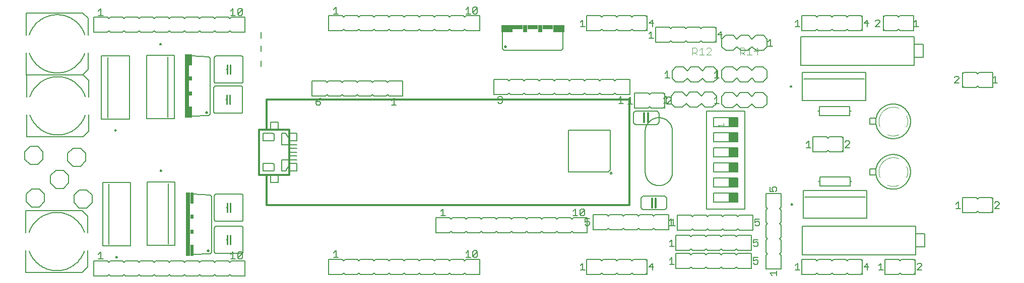
<source format=gto>
G75*
%MOIN*%
%OFA0B0*%
%FSLAX25Y25*%
%IPPOS*%
%LPD*%
%AMOC8*
5,1,8,0,0,1.08239X$1,22.5*
%
%ADD10C,0.00600*%
%ADD11C,0.01000*%
%ADD12C,0.01200*%
%ADD13C,0.02000*%
%ADD14R,0.03000X0.42000*%
%ADD15R,0.02000X0.07500*%
%ADD16R,0.02000X0.03000*%
%ADD17R,0.06000X0.06000*%
%ADD18C,0.00300*%
%ADD19C,0.00500*%
%ADD20C,0.00800*%
%ADD21C,0.00700*%
%ADD22R,0.07500X0.05000*%
%ADD23R,0.07000X0.03000*%
%ADD24R,0.03000X0.05000*%
%ADD25C,0.00200*%
%ADD26C,0.00400*%
D10*
X0167557Y0125823D02*
X0176557Y0125823D01*
X0177557Y0126823D01*
X0178557Y0125823D01*
X0186557Y0125823D01*
X0187557Y0126823D01*
X0188557Y0125823D01*
X0196557Y0125823D01*
X0197557Y0126823D01*
X0198557Y0125823D01*
X0206557Y0125823D01*
X0207557Y0126823D01*
X0208557Y0125823D01*
X0216557Y0125823D01*
X0217557Y0126823D01*
X0218557Y0125823D01*
X0226557Y0125823D01*
X0227557Y0126823D01*
X0228557Y0125823D01*
X0236557Y0125823D01*
X0237557Y0126823D01*
X0238557Y0125823D01*
X0246557Y0125823D01*
X0247557Y0126823D01*
X0248557Y0125823D01*
X0256557Y0125823D01*
X0257557Y0126823D01*
X0258557Y0125823D01*
X0267557Y0125823D01*
X0267557Y0135823D01*
X0258557Y0135823D01*
X0257557Y0134823D01*
X0256557Y0135823D01*
X0248557Y0135823D01*
X0247557Y0134823D01*
X0246557Y0135823D01*
X0238557Y0135823D01*
X0237557Y0134823D01*
X0236557Y0135823D01*
X0228557Y0135823D01*
X0227557Y0134823D01*
X0226557Y0135823D01*
X0218557Y0135823D01*
X0217557Y0134823D01*
X0216557Y0135823D01*
X0208557Y0135823D01*
X0207557Y0134823D01*
X0206557Y0135823D01*
X0198557Y0135823D01*
X0197557Y0134823D01*
X0196557Y0135823D01*
X0188557Y0135823D01*
X0187557Y0134823D01*
X0186557Y0135823D01*
X0178557Y0135823D01*
X0177557Y0134823D01*
X0176557Y0135823D01*
X0167557Y0135823D01*
X0167557Y0125823D01*
X0182675Y0137650D02*
X0182631Y0137652D01*
X0182588Y0137658D01*
X0182546Y0137667D01*
X0182504Y0137680D01*
X0182464Y0137697D01*
X0182425Y0137717D01*
X0182388Y0137740D01*
X0182354Y0137767D01*
X0182321Y0137796D01*
X0182292Y0137829D01*
X0182265Y0137863D01*
X0182242Y0137900D01*
X0182222Y0137939D01*
X0182205Y0137979D01*
X0182192Y0138021D01*
X0182183Y0138063D01*
X0182177Y0138106D01*
X0182175Y0138150D01*
X0182177Y0138194D01*
X0182183Y0138237D01*
X0182192Y0138279D01*
X0182205Y0138321D01*
X0182222Y0138361D01*
X0182242Y0138400D01*
X0182265Y0138437D01*
X0182292Y0138471D01*
X0182321Y0138504D01*
X0182354Y0138533D01*
X0182388Y0138560D01*
X0182425Y0138583D01*
X0182464Y0138603D01*
X0182504Y0138620D01*
X0182546Y0138633D01*
X0182588Y0138642D01*
X0182631Y0138648D01*
X0182675Y0138650D01*
X0182719Y0138648D01*
X0182762Y0138642D01*
X0182804Y0138633D01*
X0182846Y0138620D01*
X0182886Y0138603D01*
X0182925Y0138583D01*
X0182962Y0138560D01*
X0182996Y0138533D01*
X0183029Y0138504D01*
X0183058Y0138471D01*
X0183085Y0138437D01*
X0183108Y0138400D01*
X0183128Y0138361D01*
X0183145Y0138321D01*
X0183158Y0138279D01*
X0183167Y0138237D01*
X0183173Y0138194D01*
X0183175Y0138150D01*
X0183173Y0138106D01*
X0183167Y0138063D01*
X0183158Y0138021D01*
X0183145Y0137979D01*
X0183128Y0137939D01*
X0183108Y0137900D01*
X0183085Y0137863D01*
X0183058Y0137829D01*
X0183029Y0137796D01*
X0182996Y0137767D01*
X0182962Y0137740D01*
X0182925Y0137717D01*
X0182886Y0137697D01*
X0182846Y0137680D01*
X0182804Y0137667D01*
X0182762Y0137658D01*
X0182719Y0137652D01*
X0182675Y0137650D01*
X0173475Y0145650D02*
X0191875Y0145650D01*
X0191875Y0187650D01*
X0173475Y0187650D01*
X0173475Y0145650D01*
X0202885Y0146043D02*
X0221285Y0146043D01*
X0221285Y0188043D01*
X0202885Y0188043D01*
X0202885Y0146043D01*
X0233081Y0139988D02*
X0244581Y0140488D01*
X0245581Y0141488D01*
X0245581Y0178488D01*
X0244581Y0179488D01*
X0233081Y0179988D01*
X0247467Y0179020D02*
X0247467Y0163020D01*
X0247469Y0162960D01*
X0247474Y0162899D01*
X0247483Y0162840D01*
X0247496Y0162781D01*
X0247512Y0162722D01*
X0247532Y0162665D01*
X0247555Y0162610D01*
X0247582Y0162555D01*
X0247611Y0162503D01*
X0247644Y0162452D01*
X0247680Y0162403D01*
X0247718Y0162357D01*
X0247760Y0162313D01*
X0247804Y0162271D01*
X0247850Y0162233D01*
X0247899Y0162197D01*
X0247950Y0162164D01*
X0248002Y0162135D01*
X0248057Y0162108D01*
X0248112Y0162085D01*
X0248169Y0162065D01*
X0248228Y0162049D01*
X0248287Y0162036D01*
X0248346Y0162027D01*
X0248407Y0162022D01*
X0248467Y0162020D01*
X0265467Y0162020D01*
X0265527Y0162022D01*
X0265588Y0162027D01*
X0265647Y0162036D01*
X0265706Y0162049D01*
X0265765Y0162065D01*
X0265822Y0162085D01*
X0265877Y0162108D01*
X0265932Y0162135D01*
X0265984Y0162164D01*
X0266035Y0162197D01*
X0266084Y0162233D01*
X0266130Y0162271D01*
X0266174Y0162313D01*
X0266216Y0162357D01*
X0266254Y0162403D01*
X0266290Y0162452D01*
X0266323Y0162503D01*
X0266352Y0162555D01*
X0266379Y0162610D01*
X0266402Y0162665D01*
X0266422Y0162722D01*
X0266438Y0162781D01*
X0266451Y0162840D01*
X0266460Y0162899D01*
X0266465Y0162960D01*
X0266467Y0163020D01*
X0266467Y0179020D01*
X0266465Y0179080D01*
X0266460Y0179141D01*
X0266451Y0179200D01*
X0266438Y0179259D01*
X0266422Y0179318D01*
X0266402Y0179375D01*
X0266379Y0179430D01*
X0266352Y0179485D01*
X0266323Y0179537D01*
X0266290Y0179588D01*
X0266254Y0179637D01*
X0266216Y0179683D01*
X0266174Y0179727D01*
X0266130Y0179769D01*
X0266084Y0179807D01*
X0266035Y0179843D01*
X0265984Y0179876D01*
X0265932Y0179905D01*
X0265877Y0179932D01*
X0265822Y0179955D01*
X0265765Y0179975D01*
X0265706Y0179991D01*
X0265647Y0180004D01*
X0265588Y0180013D01*
X0265527Y0180018D01*
X0265467Y0180020D01*
X0248467Y0180020D01*
X0248407Y0180018D01*
X0248346Y0180013D01*
X0248287Y0180004D01*
X0248228Y0179991D01*
X0248169Y0179975D01*
X0248112Y0179955D01*
X0248057Y0179932D01*
X0248002Y0179905D01*
X0247950Y0179876D01*
X0247899Y0179843D01*
X0247850Y0179807D01*
X0247804Y0179769D01*
X0247760Y0179727D01*
X0247718Y0179683D01*
X0247680Y0179637D01*
X0247644Y0179588D01*
X0247611Y0179537D01*
X0247582Y0179485D01*
X0247555Y0179430D01*
X0247532Y0179375D01*
X0247512Y0179318D01*
X0247496Y0179259D01*
X0247483Y0179200D01*
X0247474Y0179141D01*
X0247469Y0179080D01*
X0247467Y0179020D01*
X0255467Y0171020D02*
X0255967Y0171020D01*
X0257967Y0171020D02*
X0258467Y0171020D01*
X0265467Y0158681D02*
X0248467Y0158681D01*
X0248407Y0158679D01*
X0248346Y0158674D01*
X0248287Y0158665D01*
X0248228Y0158652D01*
X0248169Y0158636D01*
X0248112Y0158616D01*
X0248057Y0158593D01*
X0248002Y0158566D01*
X0247950Y0158537D01*
X0247899Y0158504D01*
X0247850Y0158468D01*
X0247804Y0158430D01*
X0247760Y0158388D01*
X0247718Y0158344D01*
X0247680Y0158298D01*
X0247644Y0158249D01*
X0247611Y0158198D01*
X0247582Y0158146D01*
X0247555Y0158091D01*
X0247532Y0158036D01*
X0247512Y0157979D01*
X0247496Y0157920D01*
X0247483Y0157861D01*
X0247474Y0157802D01*
X0247469Y0157741D01*
X0247467Y0157681D01*
X0247467Y0141681D01*
X0247469Y0141621D01*
X0247474Y0141560D01*
X0247483Y0141501D01*
X0247496Y0141442D01*
X0247512Y0141383D01*
X0247532Y0141326D01*
X0247555Y0141271D01*
X0247582Y0141216D01*
X0247611Y0141164D01*
X0247644Y0141113D01*
X0247680Y0141064D01*
X0247718Y0141018D01*
X0247760Y0140974D01*
X0247804Y0140932D01*
X0247850Y0140894D01*
X0247899Y0140858D01*
X0247950Y0140825D01*
X0248002Y0140796D01*
X0248057Y0140769D01*
X0248112Y0140746D01*
X0248169Y0140726D01*
X0248228Y0140710D01*
X0248287Y0140697D01*
X0248346Y0140688D01*
X0248407Y0140683D01*
X0248467Y0140681D01*
X0265467Y0140681D01*
X0265527Y0140683D01*
X0265588Y0140688D01*
X0265647Y0140697D01*
X0265706Y0140710D01*
X0265765Y0140726D01*
X0265822Y0140746D01*
X0265877Y0140769D01*
X0265932Y0140796D01*
X0265984Y0140825D01*
X0266035Y0140858D01*
X0266084Y0140894D01*
X0266130Y0140932D01*
X0266174Y0140974D01*
X0266216Y0141018D01*
X0266254Y0141064D01*
X0266290Y0141113D01*
X0266323Y0141164D01*
X0266352Y0141216D01*
X0266379Y0141271D01*
X0266402Y0141326D01*
X0266422Y0141383D01*
X0266438Y0141442D01*
X0266451Y0141501D01*
X0266460Y0141560D01*
X0266465Y0141621D01*
X0266467Y0141681D01*
X0266467Y0157681D01*
X0266465Y0157741D01*
X0266460Y0157802D01*
X0266451Y0157861D01*
X0266438Y0157920D01*
X0266422Y0157979D01*
X0266402Y0158036D01*
X0266379Y0158091D01*
X0266352Y0158146D01*
X0266323Y0158198D01*
X0266290Y0158249D01*
X0266254Y0158298D01*
X0266216Y0158344D01*
X0266174Y0158388D01*
X0266130Y0158430D01*
X0266084Y0158468D01*
X0266035Y0158504D01*
X0265984Y0158537D01*
X0265932Y0158566D01*
X0265877Y0158593D01*
X0265822Y0158616D01*
X0265765Y0158636D01*
X0265706Y0158652D01*
X0265647Y0158665D01*
X0265588Y0158674D01*
X0265527Y0158679D01*
X0265467Y0158681D01*
X0258467Y0149681D02*
X0257967Y0149681D01*
X0255967Y0149681D02*
X0255467Y0149681D01*
X0323069Y0136807D02*
X0323069Y0126807D01*
X0332069Y0126807D01*
X0333069Y0127807D01*
X0334069Y0126807D01*
X0342069Y0126807D01*
X0343069Y0127807D01*
X0344069Y0126807D01*
X0352069Y0126807D01*
X0353069Y0127807D01*
X0354069Y0126807D01*
X0362069Y0126807D01*
X0363069Y0127807D01*
X0364069Y0126807D01*
X0372069Y0126807D01*
X0373069Y0127807D01*
X0374069Y0126807D01*
X0382069Y0126807D01*
X0383069Y0127807D01*
X0384069Y0126807D01*
X0392069Y0126807D01*
X0393069Y0127807D01*
X0394069Y0126807D01*
X0402069Y0126807D01*
X0403069Y0127807D01*
X0404069Y0126807D01*
X0412069Y0126807D01*
X0413069Y0127807D01*
X0414069Y0126807D01*
X0423069Y0126807D01*
X0423069Y0136807D01*
X0414069Y0136807D01*
X0413069Y0135807D01*
X0412069Y0136807D01*
X0404069Y0136807D01*
X0403069Y0135807D01*
X0402069Y0136807D01*
X0394069Y0136807D01*
X0393069Y0135807D01*
X0392069Y0136807D01*
X0384069Y0136807D01*
X0383069Y0135807D01*
X0382069Y0136807D01*
X0374069Y0136807D01*
X0373069Y0135807D01*
X0372069Y0136807D01*
X0364069Y0136807D01*
X0363069Y0135807D01*
X0362069Y0136807D01*
X0354069Y0136807D01*
X0353069Y0135807D01*
X0352069Y0136807D01*
X0344069Y0136807D01*
X0343069Y0135807D01*
X0342069Y0136807D01*
X0334069Y0136807D01*
X0333069Y0135807D01*
X0332069Y0136807D01*
X0323069Y0136807D01*
X0393935Y0154366D02*
X0402935Y0154366D01*
X0403935Y0155366D01*
X0404935Y0154366D01*
X0412935Y0154366D01*
X0413935Y0155366D01*
X0414935Y0154366D01*
X0422935Y0154366D01*
X0423935Y0155366D01*
X0424935Y0154366D01*
X0432935Y0154366D01*
X0433935Y0155366D01*
X0434935Y0154366D01*
X0442935Y0154366D01*
X0443935Y0155366D01*
X0444935Y0154366D01*
X0452935Y0154366D01*
X0453935Y0155366D01*
X0454935Y0154366D01*
X0462935Y0154366D01*
X0463935Y0155366D01*
X0464935Y0154366D01*
X0472935Y0154366D01*
X0473935Y0155366D01*
X0474935Y0154366D01*
X0482935Y0154366D01*
X0483935Y0155366D01*
X0484935Y0154366D01*
X0493935Y0154366D01*
X0493935Y0164366D01*
X0484935Y0164366D01*
X0483935Y0163366D01*
X0482935Y0164366D01*
X0474935Y0164366D01*
X0473935Y0163366D01*
X0472935Y0164366D01*
X0464935Y0164366D01*
X0463935Y0163366D01*
X0462935Y0164366D01*
X0454935Y0164366D01*
X0453935Y0163366D01*
X0452935Y0164366D01*
X0444935Y0164366D01*
X0443935Y0163366D01*
X0442935Y0164366D01*
X0434935Y0164366D01*
X0433935Y0163366D01*
X0432935Y0164366D01*
X0424935Y0164366D01*
X0423935Y0163366D01*
X0422935Y0164366D01*
X0414935Y0164366D01*
X0413935Y0163366D01*
X0412935Y0164366D01*
X0404935Y0164366D01*
X0403935Y0163366D01*
X0402935Y0164366D01*
X0393935Y0164366D01*
X0393935Y0154366D01*
X0493738Y0136807D02*
X0493738Y0126807D01*
X0502738Y0126807D01*
X0503738Y0127807D01*
X0504738Y0126807D01*
X0512738Y0126807D01*
X0513738Y0127807D01*
X0514738Y0126807D01*
X0522738Y0126807D01*
X0523738Y0127807D01*
X0524738Y0126807D01*
X0532738Y0126807D01*
X0533738Y0127807D01*
X0533738Y0135807D02*
X0532738Y0136807D01*
X0524738Y0136807D01*
X0523738Y0135807D01*
X0522738Y0136807D01*
X0514738Y0136807D01*
X0513738Y0135807D01*
X0512738Y0136807D01*
X0504738Y0136807D01*
X0503738Y0135807D01*
X0502738Y0136807D01*
X0493738Y0136807D01*
X0497872Y0156390D02*
X0506872Y0156390D01*
X0507872Y0157390D01*
X0508872Y0156390D01*
X0516872Y0156390D01*
X0517872Y0157390D01*
X0518872Y0156390D01*
X0526872Y0156390D01*
X0527872Y0157390D01*
X0528872Y0156390D01*
X0536872Y0156390D01*
X0537872Y0157390D01*
X0538872Y0156390D01*
X0547872Y0156390D01*
X0547872Y0166390D01*
X0538872Y0166390D01*
X0537872Y0165390D01*
X0536872Y0166390D01*
X0528872Y0166390D01*
X0527872Y0165390D01*
X0526872Y0166390D01*
X0518872Y0166390D01*
X0517872Y0165390D01*
X0516872Y0166390D01*
X0508872Y0166390D01*
X0507872Y0165390D01*
X0506872Y0166390D01*
X0497872Y0166390D01*
X0497872Y0156390D01*
X0529648Y0171709D02*
X0529648Y0176709D01*
X0529650Y0176796D01*
X0529656Y0176883D01*
X0529665Y0176970D01*
X0529678Y0177056D01*
X0529695Y0177142D01*
X0529716Y0177227D01*
X0529741Y0177310D01*
X0529769Y0177393D01*
X0529800Y0177474D01*
X0529835Y0177554D01*
X0529874Y0177632D01*
X0529916Y0177709D01*
X0529961Y0177784D01*
X0530010Y0177856D01*
X0530061Y0177927D01*
X0530116Y0177995D01*
X0530173Y0178060D01*
X0530234Y0178123D01*
X0530297Y0178184D01*
X0530362Y0178241D01*
X0530430Y0178296D01*
X0530501Y0178347D01*
X0530573Y0178396D01*
X0530648Y0178441D01*
X0530725Y0178483D01*
X0530803Y0178522D01*
X0530883Y0178557D01*
X0530964Y0178588D01*
X0531047Y0178616D01*
X0531130Y0178641D01*
X0531215Y0178662D01*
X0531301Y0178679D01*
X0531387Y0178692D01*
X0531474Y0178701D01*
X0531561Y0178707D01*
X0531648Y0178709D01*
X0544648Y0178709D01*
X0544735Y0178707D01*
X0544822Y0178701D01*
X0544909Y0178692D01*
X0544995Y0178679D01*
X0545081Y0178662D01*
X0545166Y0178641D01*
X0545249Y0178616D01*
X0545332Y0178588D01*
X0545413Y0178557D01*
X0545493Y0178522D01*
X0545571Y0178483D01*
X0545648Y0178441D01*
X0545723Y0178396D01*
X0545795Y0178347D01*
X0545866Y0178296D01*
X0545934Y0178241D01*
X0545999Y0178184D01*
X0546062Y0178123D01*
X0546123Y0178060D01*
X0546180Y0177995D01*
X0546235Y0177927D01*
X0546286Y0177856D01*
X0546335Y0177784D01*
X0546380Y0177709D01*
X0546422Y0177632D01*
X0546461Y0177554D01*
X0546496Y0177474D01*
X0546527Y0177393D01*
X0546555Y0177310D01*
X0546580Y0177227D01*
X0546601Y0177142D01*
X0546618Y0177056D01*
X0546631Y0176970D01*
X0546640Y0176883D01*
X0546646Y0176796D01*
X0546648Y0176709D01*
X0546648Y0171709D01*
X0546646Y0171622D01*
X0546640Y0171535D01*
X0546631Y0171448D01*
X0546618Y0171362D01*
X0546601Y0171276D01*
X0546580Y0171191D01*
X0546555Y0171108D01*
X0546527Y0171025D01*
X0546496Y0170944D01*
X0546461Y0170864D01*
X0546422Y0170786D01*
X0546380Y0170709D01*
X0546335Y0170634D01*
X0546286Y0170562D01*
X0546235Y0170491D01*
X0546180Y0170423D01*
X0546123Y0170358D01*
X0546062Y0170295D01*
X0545999Y0170234D01*
X0545934Y0170177D01*
X0545866Y0170122D01*
X0545795Y0170071D01*
X0545723Y0170022D01*
X0545648Y0169977D01*
X0545571Y0169935D01*
X0545493Y0169896D01*
X0545413Y0169861D01*
X0545332Y0169830D01*
X0545249Y0169802D01*
X0545166Y0169777D01*
X0545081Y0169756D01*
X0544995Y0169739D01*
X0544909Y0169726D01*
X0544822Y0169717D01*
X0544735Y0169711D01*
X0544648Y0169709D01*
X0531648Y0169709D01*
X0531561Y0169711D01*
X0531474Y0169717D01*
X0531387Y0169726D01*
X0531301Y0169739D01*
X0531215Y0169756D01*
X0531130Y0169777D01*
X0531047Y0169802D01*
X0530964Y0169830D01*
X0530883Y0169861D01*
X0530803Y0169896D01*
X0530725Y0169935D01*
X0530648Y0169977D01*
X0530573Y0170022D01*
X0530501Y0170071D01*
X0530430Y0170122D01*
X0530362Y0170177D01*
X0530297Y0170234D01*
X0530234Y0170295D01*
X0530173Y0170358D01*
X0530116Y0170423D01*
X0530061Y0170491D01*
X0530010Y0170562D01*
X0529961Y0170634D01*
X0529916Y0170709D01*
X0529874Y0170786D01*
X0529835Y0170864D01*
X0529800Y0170944D01*
X0529769Y0171025D01*
X0529741Y0171108D01*
X0529716Y0171191D01*
X0529695Y0171276D01*
X0529678Y0171362D01*
X0529665Y0171448D01*
X0529656Y0171535D01*
X0529650Y0171622D01*
X0529648Y0171709D01*
X0553667Y0166138D02*
X0562667Y0166138D01*
X0563667Y0165138D01*
X0564667Y0166138D01*
X0572667Y0166138D01*
X0573667Y0165138D01*
X0574667Y0166138D01*
X0582667Y0166138D01*
X0583667Y0165138D01*
X0584667Y0166138D01*
X0592667Y0166138D01*
X0593667Y0165138D01*
X0594667Y0166138D01*
X0603667Y0166138D01*
X0603667Y0156138D01*
X0594667Y0156138D01*
X0593667Y0157138D01*
X0592667Y0156138D01*
X0584667Y0156138D01*
X0583667Y0157138D01*
X0582667Y0156138D01*
X0574667Y0156138D01*
X0573667Y0157138D01*
X0572667Y0156138D01*
X0564667Y0156138D01*
X0563667Y0157138D01*
X0562667Y0156138D01*
X0553667Y0156138D01*
X0553667Y0166138D01*
X0572989Y0170134D02*
X0598189Y0170134D01*
X0598189Y0235134D01*
X0572989Y0235134D01*
X0572989Y0170134D01*
X0577589Y0174634D02*
X0593589Y0174634D01*
X0593589Y0180634D01*
X0577589Y0180634D01*
X0577589Y0174634D01*
X0577589Y0184634D02*
X0593589Y0184634D01*
X0593589Y0190634D01*
X0577589Y0190634D01*
X0577589Y0184634D01*
X0577589Y0194634D02*
X0593589Y0194634D01*
X0593589Y0200634D01*
X0577589Y0200634D01*
X0577589Y0194634D01*
X0577589Y0204634D02*
X0593589Y0204634D01*
X0593589Y0210634D01*
X0577589Y0210634D01*
X0577589Y0204634D01*
X0577589Y0214634D02*
X0593589Y0214634D01*
X0593589Y0220634D01*
X0577589Y0220634D01*
X0577589Y0214634D01*
X0577589Y0224634D02*
X0593589Y0224634D01*
X0593589Y0230634D01*
X0577589Y0230634D01*
X0577589Y0224634D01*
X0577010Y0237681D02*
X0572010Y0237681D01*
X0569510Y0240181D01*
X0567010Y0237681D01*
X0562010Y0237681D01*
X0559510Y0240181D01*
X0557010Y0237681D01*
X0552010Y0237681D01*
X0549510Y0240181D01*
X0549510Y0245181D01*
X0552010Y0247681D01*
X0557010Y0247681D01*
X0559510Y0245181D01*
X0562010Y0247681D01*
X0567010Y0247681D01*
X0569510Y0245181D01*
X0572010Y0247681D01*
X0577010Y0247681D01*
X0579510Y0245181D01*
X0579510Y0240181D01*
X0577010Y0237681D01*
X0582974Y0239866D02*
X0585474Y0237366D01*
X0590474Y0237366D01*
X0592974Y0239866D01*
X0595474Y0237366D01*
X0600474Y0237366D01*
X0602974Y0239866D01*
X0605474Y0237366D01*
X0610474Y0237366D01*
X0612974Y0239866D01*
X0612974Y0244866D01*
X0610474Y0247366D01*
X0605474Y0247366D01*
X0602974Y0244866D01*
X0600474Y0247366D01*
X0595474Y0247366D01*
X0592974Y0244866D01*
X0590474Y0247366D01*
X0585474Y0247366D01*
X0582974Y0244866D01*
X0582974Y0239866D01*
X0585474Y0254453D02*
X0590474Y0254453D01*
X0592974Y0256953D01*
X0595474Y0254453D01*
X0600474Y0254453D01*
X0602974Y0256953D01*
X0605474Y0254453D01*
X0610474Y0254453D01*
X0612974Y0256953D01*
X0612974Y0261953D01*
X0610474Y0264453D01*
X0605474Y0264453D01*
X0602974Y0261953D01*
X0600474Y0264453D01*
X0595474Y0264453D01*
X0592974Y0261953D01*
X0590474Y0264453D01*
X0585474Y0264453D01*
X0582974Y0261953D01*
X0582974Y0256953D01*
X0585474Y0254453D01*
X0580297Y0256874D02*
X0580297Y0261874D01*
X0577797Y0264374D01*
X0572797Y0264374D01*
X0570297Y0261874D01*
X0567797Y0264374D01*
X0562797Y0264374D01*
X0560297Y0261874D01*
X0557797Y0264374D01*
X0552797Y0264374D01*
X0550297Y0261874D01*
X0550297Y0256874D01*
X0552797Y0254374D01*
X0557797Y0254374D01*
X0560297Y0256874D01*
X0562797Y0254374D01*
X0567797Y0254374D01*
X0570297Y0256874D01*
X0572797Y0254374D01*
X0577797Y0254374D01*
X0580297Y0256874D01*
X0585600Y0275335D02*
X0583100Y0277835D01*
X0583100Y0282835D01*
X0585600Y0285335D01*
X0590600Y0285335D01*
X0593100Y0282835D01*
X0595600Y0285335D01*
X0600600Y0285335D01*
X0603100Y0282835D01*
X0605600Y0285335D01*
X0610600Y0285335D01*
X0613100Y0282835D01*
X0613100Y0277835D01*
X0610600Y0275335D01*
X0605600Y0275335D01*
X0603100Y0277835D01*
X0600600Y0275335D01*
X0595600Y0275335D01*
X0593100Y0277835D01*
X0590600Y0275335D01*
X0585600Y0275335D01*
X0579211Y0281610D02*
X0578211Y0280610D01*
X0570211Y0280610D01*
X0569211Y0281610D01*
X0568211Y0280610D01*
X0560211Y0280610D01*
X0559211Y0281610D01*
X0558211Y0280610D01*
X0550211Y0280610D01*
X0549211Y0281610D01*
X0548211Y0280610D01*
X0539211Y0280610D01*
X0539211Y0290610D01*
X0548211Y0290610D01*
X0549211Y0289610D01*
X0550211Y0290610D01*
X0558211Y0290610D01*
X0559211Y0289610D01*
X0560211Y0290610D01*
X0568211Y0290610D01*
X0569211Y0289610D01*
X0570211Y0290610D01*
X0578211Y0290610D01*
X0579211Y0289610D01*
X0533738Y0289224D02*
X0532738Y0288224D01*
X0524738Y0288224D01*
X0523738Y0289224D01*
X0522738Y0288224D01*
X0514738Y0288224D01*
X0513738Y0289224D01*
X0512738Y0288224D01*
X0504738Y0288224D01*
X0503738Y0289224D01*
X0502738Y0288224D01*
X0493738Y0288224D01*
X0493738Y0298224D01*
X0502738Y0298224D01*
X0503738Y0297224D01*
X0504738Y0298224D01*
X0512738Y0298224D01*
X0513738Y0297224D01*
X0514738Y0298224D01*
X0522738Y0298224D01*
X0523738Y0297224D01*
X0524738Y0298224D01*
X0532738Y0298224D01*
X0533738Y0297224D01*
X0522203Y0255902D02*
X0513203Y0255902D01*
X0512203Y0254902D01*
X0511203Y0255902D01*
X0503203Y0255902D01*
X0502203Y0254902D01*
X0501203Y0255902D01*
X0493203Y0255902D01*
X0492203Y0254902D01*
X0491203Y0255902D01*
X0483203Y0255902D01*
X0482203Y0254902D01*
X0481203Y0255902D01*
X0473203Y0255902D01*
X0472203Y0254902D01*
X0471203Y0255902D01*
X0463203Y0255902D01*
X0462203Y0254902D01*
X0461203Y0255902D01*
X0453203Y0255902D01*
X0452203Y0254902D01*
X0451203Y0255902D01*
X0443203Y0255902D01*
X0442203Y0254902D01*
X0441203Y0255902D01*
X0432203Y0255902D01*
X0432203Y0245902D01*
X0441203Y0245902D01*
X0442203Y0246902D01*
X0443203Y0245902D01*
X0451203Y0245902D01*
X0452203Y0246902D01*
X0453203Y0245902D01*
X0461203Y0245902D01*
X0462203Y0246902D01*
X0463203Y0245902D01*
X0471203Y0245902D01*
X0472203Y0246902D01*
X0473203Y0245902D01*
X0481203Y0245902D01*
X0482203Y0246902D01*
X0483203Y0245902D01*
X0491203Y0245902D01*
X0492203Y0246902D01*
X0493203Y0245902D01*
X0501203Y0245902D01*
X0502203Y0246902D01*
X0503203Y0245902D01*
X0511203Y0245902D01*
X0512203Y0246902D01*
X0513203Y0245902D01*
X0522203Y0245902D01*
X0522203Y0255902D01*
X0525234Y0247043D02*
X0534234Y0247043D01*
X0535234Y0246043D01*
X0536234Y0247043D01*
X0544234Y0247043D01*
X0545234Y0246043D01*
X0545234Y0238043D02*
X0544234Y0237043D01*
X0536234Y0237043D01*
X0535234Y0238043D01*
X0534234Y0237043D01*
X0525234Y0237043D01*
X0525234Y0247043D01*
X0526589Y0235165D02*
X0539589Y0235165D01*
X0539676Y0235163D01*
X0539763Y0235157D01*
X0539850Y0235148D01*
X0539936Y0235135D01*
X0540022Y0235118D01*
X0540107Y0235097D01*
X0540190Y0235072D01*
X0540273Y0235044D01*
X0540354Y0235013D01*
X0540434Y0234978D01*
X0540512Y0234939D01*
X0540589Y0234897D01*
X0540664Y0234852D01*
X0540736Y0234803D01*
X0540807Y0234752D01*
X0540875Y0234697D01*
X0540940Y0234640D01*
X0541003Y0234579D01*
X0541064Y0234516D01*
X0541121Y0234451D01*
X0541176Y0234383D01*
X0541227Y0234312D01*
X0541276Y0234240D01*
X0541321Y0234165D01*
X0541363Y0234088D01*
X0541402Y0234010D01*
X0541437Y0233930D01*
X0541468Y0233849D01*
X0541496Y0233766D01*
X0541521Y0233683D01*
X0541542Y0233598D01*
X0541559Y0233512D01*
X0541572Y0233426D01*
X0541581Y0233339D01*
X0541587Y0233252D01*
X0541589Y0233165D01*
X0541589Y0228165D01*
X0541587Y0228078D01*
X0541581Y0227991D01*
X0541572Y0227904D01*
X0541559Y0227818D01*
X0541542Y0227732D01*
X0541521Y0227647D01*
X0541496Y0227564D01*
X0541468Y0227481D01*
X0541437Y0227400D01*
X0541402Y0227320D01*
X0541363Y0227242D01*
X0541321Y0227165D01*
X0541276Y0227090D01*
X0541227Y0227018D01*
X0541176Y0226947D01*
X0541121Y0226879D01*
X0541064Y0226814D01*
X0541003Y0226751D01*
X0540940Y0226690D01*
X0540875Y0226633D01*
X0540807Y0226578D01*
X0540736Y0226527D01*
X0540664Y0226478D01*
X0540589Y0226433D01*
X0540512Y0226391D01*
X0540434Y0226352D01*
X0540354Y0226317D01*
X0540273Y0226286D01*
X0540190Y0226258D01*
X0540107Y0226233D01*
X0540022Y0226212D01*
X0539936Y0226195D01*
X0539850Y0226182D01*
X0539763Y0226173D01*
X0539676Y0226167D01*
X0539589Y0226165D01*
X0526589Y0226165D01*
X0526502Y0226167D01*
X0526415Y0226173D01*
X0526328Y0226182D01*
X0526242Y0226195D01*
X0526156Y0226212D01*
X0526071Y0226233D01*
X0525988Y0226258D01*
X0525905Y0226286D01*
X0525824Y0226317D01*
X0525744Y0226352D01*
X0525666Y0226391D01*
X0525589Y0226433D01*
X0525514Y0226478D01*
X0525442Y0226527D01*
X0525371Y0226578D01*
X0525303Y0226633D01*
X0525238Y0226690D01*
X0525175Y0226751D01*
X0525114Y0226814D01*
X0525057Y0226879D01*
X0525002Y0226947D01*
X0524951Y0227018D01*
X0524902Y0227090D01*
X0524857Y0227165D01*
X0524815Y0227242D01*
X0524776Y0227320D01*
X0524741Y0227400D01*
X0524710Y0227481D01*
X0524682Y0227564D01*
X0524657Y0227647D01*
X0524636Y0227732D01*
X0524619Y0227818D01*
X0524606Y0227904D01*
X0524597Y0227991D01*
X0524591Y0228078D01*
X0524589Y0228165D01*
X0524589Y0233165D01*
X0524591Y0233252D01*
X0524597Y0233339D01*
X0524606Y0233426D01*
X0524619Y0233512D01*
X0524636Y0233598D01*
X0524657Y0233683D01*
X0524682Y0233766D01*
X0524710Y0233849D01*
X0524741Y0233930D01*
X0524776Y0234010D01*
X0524815Y0234088D01*
X0524857Y0234165D01*
X0524902Y0234240D01*
X0524951Y0234312D01*
X0525002Y0234383D01*
X0525057Y0234451D01*
X0525114Y0234516D01*
X0525175Y0234579D01*
X0525238Y0234640D01*
X0525303Y0234697D01*
X0525371Y0234752D01*
X0525442Y0234803D01*
X0525514Y0234852D01*
X0525589Y0234897D01*
X0525666Y0234939D01*
X0525744Y0234978D01*
X0525824Y0235013D01*
X0525905Y0235044D01*
X0525988Y0235072D01*
X0526071Y0235097D01*
X0526156Y0235118D01*
X0526242Y0235135D01*
X0526328Y0235148D01*
X0526415Y0235157D01*
X0526502Y0235163D01*
X0526589Y0235165D01*
X0628360Y0251394D02*
X0628362Y0251438D01*
X0628368Y0251481D01*
X0628377Y0251523D01*
X0628390Y0251565D01*
X0628407Y0251605D01*
X0628427Y0251644D01*
X0628450Y0251681D01*
X0628477Y0251715D01*
X0628506Y0251748D01*
X0628539Y0251777D01*
X0628573Y0251804D01*
X0628610Y0251827D01*
X0628649Y0251847D01*
X0628689Y0251864D01*
X0628731Y0251877D01*
X0628773Y0251886D01*
X0628816Y0251892D01*
X0628860Y0251894D01*
X0628904Y0251892D01*
X0628947Y0251886D01*
X0628989Y0251877D01*
X0629031Y0251864D01*
X0629071Y0251847D01*
X0629110Y0251827D01*
X0629147Y0251804D01*
X0629181Y0251777D01*
X0629214Y0251748D01*
X0629243Y0251715D01*
X0629270Y0251681D01*
X0629293Y0251644D01*
X0629313Y0251605D01*
X0629330Y0251565D01*
X0629343Y0251523D01*
X0629352Y0251481D01*
X0629358Y0251438D01*
X0629360Y0251394D01*
X0629358Y0251350D01*
X0629352Y0251307D01*
X0629343Y0251265D01*
X0629330Y0251223D01*
X0629313Y0251183D01*
X0629293Y0251144D01*
X0629270Y0251107D01*
X0629243Y0251073D01*
X0629214Y0251040D01*
X0629181Y0251011D01*
X0629147Y0250984D01*
X0629110Y0250961D01*
X0629071Y0250941D01*
X0629031Y0250924D01*
X0628989Y0250911D01*
X0628947Y0250902D01*
X0628904Y0250896D01*
X0628860Y0250894D01*
X0628816Y0250896D01*
X0628773Y0250902D01*
X0628731Y0250911D01*
X0628689Y0250924D01*
X0628649Y0250941D01*
X0628610Y0250961D01*
X0628573Y0250984D01*
X0628539Y0251011D01*
X0628506Y0251040D01*
X0628477Y0251073D01*
X0628450Y0251107D01*
X0628427Y0251144D01*
X0628407Y0251183D01*
X0628390Y0251223D01*
X0628377Y0251265D01*
X0628368Y0251307D01*
X0628362Y0251350D01*
X0628360Y0251394D01*
X0636360Y0260594D02*
X0636360Y0242194D01*
X0678360Y0242194D01*
X0678360Y0260594D01*
X0636360Y0260594D01*
X0635963Y0288224D02*
X0644963Y0288224D01*
X0645963Y0289224D01*
X0646963Y0288224D01*
X0654963Y0288224D01*
X0655963Y0289224D01*
X0656963Y0288224D01*
X0664963Y0288224D01*
X0665963Y0289224D01*
X0666963Y0288224D01*
X0674963Y0288224D01*
X0675963Y0289224D01*
X0675963Y0297224D02*
X0674963Y0298224D01*
X0666963Y0298224D01*
X0665963Y0297224D01*
X0664963Y0298224D01*
X0656963Y0298224D01*
X0655963Y0297224D01*
X0654963Y0298224D01*
X0646963Y0298224D01*
X0645963Y0297224D01*
X0644963Y0298224D01*
X0635963Y0298224D01*
X0635963Y0288224D01*
X0690077Y0289224D02*
X0691077Y0288224D01*
X0699077Y0288224D01*
X0700077Y0289224D01*
X0701077Y0288224D01*
X0710077Y0288224D01*
X0710077Y0298224D01*
X0701077Y0298224D01*
X0700077Y0297224D01*
X0699077Y0298224D01*
X0691077Y0298224D01*
X0690077Y0297224D01*
X0742242Y0259823D02*
X0743242Y0260823D01*
X0751242Y0260823D01*
X0752242Y0259823D01*
X0753242Y0260823D01*
X0762242Y0260823D01*
X0762242Y0250823D01*
X0753242Y0250823D01*
X0752242Y0251823D01*
X0751242Y0250823D01*
X0743242Y0250823D01*
X0742242Y0251823D01*
X0663344Y0217008D02*
X0662344Y0218008D01*
X0654344Y0218008D01*
X0653344Y0217008D01*
X0652344Y0218008D01*
X0643344Y0218008D01*
X0643344Y0208008D01*
X0652344Y0208008D01*
X0653344Y0209008D01*
X0654344Y0208008D01*
X0662344Y0208008D01*
X0663344Y0209008D01*
X0678852Y0182346D02*
X0636852Y0182346D01*
X0636852Y0163946D01*
X0678852Y0163946D01*
X0678852Y0182346D01*
X0629852Y0173146D02*
X0629850Y0173190D01*
X0629844Y0173233D01*
X0629835Y0173275D01*
X0629822Y0173317D01*
X0629805Y0173357D01*
X0629785Y0173396D01*
X0629762Y0173433D01*
X0629735Y0173467D01*
X0629706Y0173500D01*
X0629673Y0173529D01*
X0629639Y0173556D01*
X0629602Y0173579D01*
X0629563Y0173599D01*
X0629523Y0173616D01*
X0629481Y0173629D01*
X0629439Y0173638D01*
X0629396Y0173644D01*
X0629352Y0173646D01*
X0629308Y0173644D01*
X0629265Y0173638D01*
X0629223Y0173629D01*
X0629181Y0173616D01*
X0629141Y0173599D01*
X0629102Y0173579D01*
X0629065Y0173556D01*
X0629031Y0173529D01*
X0628998Y0173500D01*
X0628969Y0173467D01*
X0628942Y0173433D01*
X0628919Y0173396D01*
X0628899Y0173357D01*
X0628882Y0173317D01*
X0628869Y0173275D01*
X0628860Y0173233D01*
X0628854Y0173190D01*
X0628852Y0173146D01*
X0628854Y0173102D01*
X0628860Y0173059D01*
X0628869Y0173017D01*
X0628882Y0172975D01*
X0628899Y0172935D01*
X0628919Y0172896D01*
X0628942Y0172859D01*
X0628969Y0172825D01*
X0628998Y0172792D01*
X0629031Y0172763D01*
X0629065Y0172736D01*
X0629102Y0172713D01*
X0629141Y0172693D01*
X0629181Y0172676D01*
X0629223Y0172663D01*
X0629265Y0172654D01*
X0629308Y0172648D01*
X0629352Y0172646D01*
X0629396Y0172648D01*
X0629439Y0172654D01*
X0629481Y0172663D01*
X0629523Y0172676D01*
X0629563Y0172693D01*
X0629602Y0172713D01*
X0629639Y0172736D01*
X0629673Y0172763D01*
X0629706Y0172792D01*
X0629735Y0172825D01*
X0629762Y0172859D01*
X0629785Y0172896D01*
X0629805Y0172935D01*
X0629822Y0172975D01*
X0629835Y0173017D01*
X0629844Y0173059D01*
X0629850Y0173102D01*
X0629852Y0173146D01*
X0622163Y0171429D02*
X0622163Y0180429D01*
X0612163Y0180429D01*
X0612163Y0171429D01*
X0613163Y0170429D01*
X0612163Y0169429D01*
X0612163Y0161429D01*
X0613163Y0160429D01*
X0612163Y0159429D01*
X0612163Y0151429D01*
X0613163Y0150429D01*
X0612163Y0149429D01*
X0612163Y0141429D01*
X0613163Y0140429D01*
X0612163Y0139429D01*
X0612163Y0130429D01*
X0622163Y0130429D01*
X0622163Y0139429D01*
X0621163Y0140429D01*
X0622163Y0141429D01*
X0622163Y0149429D01*
X0621163Y0150429D01*
X0622163Y0151429D01*
X0622163Y0159429D01*
X0621163Y0160429D01*
X0622163Y0161429D01*
X0622163Y0169429D01*
X0621163Y0170429D01*
X0622163Y0171429D01*
X0602793Y0152555D02*
X0593793Y0152555D01*
X0592793Y0151555D01*
X0591793Y0152555D01*
X0583793Y0152555D01*
X0582793Y0151555D01*
X0581793Y0152555D01*
X0573793Y0152555D01*
X0572793Y0151555D01*
X0571793Y0152555D01*
X0563793Y0152555D01*
X0562793Y0151555D01*
X0561793Y0152555D01*
X0552793Y0152555D01*
X0552793Y0142555D01*
X0561793Y0142555D01*
X0562793Y0143555D01*
X0563793Y0142555D01*
X0571793Y0142555D01*
X0572793Y0143555D01*
X0573793Y0142555D01*
X0581793Y0142555D01*
X0582793Y0143555D01*
X0583793Y0142555D01*
X0591793Y0142555D01*
X0592793Y0143555D01*
X0593793Y0142555D01*
X0602793Y0142555D01*
X0602793Y0152555D01*
X0602793Y0140744D02*
X0593793Y0140744D01*
X0592793Y0139744D01*
X0591793Y0140744D01*
X0583793Y0140744D01*
X0582793Y0139744D01*
X0581793Y0140744D01*
X0573793Y0140744D01*
X0572793Y0139744D01*
X0571793Y0140744D01*
X0563793Y0140744D01*
X0562793Y0139744D01*
X0561793Y0140744D01*
X0552793Y0140744D01*
X0552793Y0130744D01*
X0561793Y0130744D01*
X0562793Y0131744D01*
X0563793Y0130744D01*
X0571793Y0130744D01*
X0572793Y0131744D01*
X0573793Y0130744D01*
X0581793Y0130744D01*
X0582793Y0131744D01*
X0583793Y0130744D01*
X0591793Y0130744D01*
X0592793Y0131744D01*
X0593793Y0130744D01*
X0602793Y0130744D01*
X0602793Y0140744D01*
X0635963Y0136807D02*
X0635963Y0126807D01*
X0644963Y0126807D01*
X0645963Y0127807D01*
X0646963Y0126807D01*
X0654963Y0126807D01*
X0655963Y0127807D01*
X0656963Y0126807D01*
X0664963Y0126807D01*
X0665963Y0127807D01*
X0666963Y0126807D01*
X0674963Y0126807D01*
X0675963Y0127807D01*
X0675963Y0135807D02*
X0674963Y0136807D01*
X0666963Y0136807D01*
X0665963Y0135807D01*
X0664963Y0136807D01*
X0656963Y0136807D01*
X0655963Y0135807D01*
X0654963Y0136807D01*
X0646963Y0136807D01*
X0645963Y0135807D01*
X0644963Y0136807D01*
X0635963Y0136807D01*
X0691081Y0136807D02*
X0691081Y0126807D01*
X0700081Y0126807D01*
X0701081Y0127807D01*
X0702081Y0126807D01*
X0710081Y0126807D01*
X0711081Y0127807D01*
X0711081Y0135807D02*
X0710081Y0136807D01*
X0702081Y0136807D01*
X0701081Y0135807D01*
X0700081Y0136807D01*
X0691081Y0136807D01*
X0742262Y0167654D02*
X0751262Y0167654D01*
X0752262Y0168654D01*
X0753262Y0167654D01*
X0761262Y0167654D01*
X0762262Y0168654D01*
X0762262Y0176654D02*
X0761262Y0177654D01*
X0753262Y0177654D01*
X0752262Y0176654D01*
X0751262Y0177654D01*
X0742262Y0177654D01*
X0742262Y0167654D01*
X0423069Y0288224D02*
X0423069Y0298224D01*
X0414069Y0298224D01*
X0413069Y0297224D01*
X0412069Y0298224D01*
X0404069Y0298224D01*
X0403069Y0297224D01*
X0402069Y0298224D01*
X0394069Y0298224D01*
X0393069Y0297224D01*
X0392069Y0298224D01*
X0384069Y0298224D01*
X0383069Y0297224D01*
X0382069Y0298224D01*
X0374069Y0298224D01*
X0373069Y0297224D01*
X0372069Y0298224D01*
X0364069Y0298224D01*
X0363069Y0297224D01*
X0362069Y0298224D01*
X0354069Y0298224D01*
X0353069Y0297224D01*
X0352069Y0298224D01*
X0344069Y0298224D01*
X0343069Y0297224D01*
X0342069Y0298224D01*
X0334069Y0298224D01*
X0333069Y0297224D01*
X0332069Y0298224D01*
X0323069Y0298224D01*
X0323069Y0288224D01*
X0332069Y0288224D01*
X0333069Y0289224D01*
X0334069Y0288224D01*
X0342069Y0288224D01*
X0343069Y0289224D01*
X0344069Y0288224D01*
X0352069Y0288224D01*
X0353069Y0289224D01*
X0354069Y0288224D01*
X0362069Y0288224D01*
X0363069Y0289224D01*
X0364069Y0288224D01*
X0372069Y0288224D01*
X0373069Y0289224D01*
X0374069Y0288224D01*
X0382069Y0288224D01*
X0383069Y0289224D01*
X0384069Y0288224D01*
X0392069Y0288224D01*
X0393069Y0289224D01*
X0394069Y0288224D01*
X0402069Y0288224D01*
X0403069Y0289224D01*
X0404069Y0288224D01*
X0412069Y0288224D01*
X0413069Y0289224D01*
X0414069Y0288224D01*
X0423069Y0288224D01*
X0372065Y0254917D02*
X0363065Y0254917D01*
X0362065Y0253917D01*
X0361065Y0254917D01*
X0353065Y0254917D01*
X0352065Y0253917D01*
X0351065Y0254917D01*
X0343065Y0254917D01*
X0342065Y0253917D01*
X0341065Y0254917D01*
X0333065Y0254917D01*
X0332065Y0253917D01*
X0331065Y0254917D01*
X0323065Y0254917D01*
X0322065Y0253917D01*
X0321065Y0254917D01*
X0312065Y0254917D01*
X0312065Y0244917D01*
X0321065Y0244917D01*
X0322065Y0245917D01*
X0323065Y0244917D01*
X0331065Y0244917D01*
X0332065Y0245917D01*
X0333065Y0244917D01*
X0341065Y0244917D01*
X0342065Y0245917D01*
X0343065Y0244917D01*
X0351065Y0244917D01*
X0352065Y0245917D01*
X0353065Y0244917D01*
X0361065Y0244917D01*
X0362065Y0245917D01*
X0363065Y0244917D01*
X0372065Y0244917D01*
X0372065Y0254917D01*
X0266467Y0254594D02*
X0266467Y0270594D01*
X0266465Y0270654D01*
X0266460Y0270715D01*
X0266451Y0270774D01*
X0266438Y0270833D01*
X0266422Y0270892D01*
X0266402Y0270949D01*
X0266379Y0271004D01*
X0266352Y0271059D01*
X0266323Y0271111D01*
X0266290Y0271162D01*
X0266254Y0271211D01*
X0266216Y0271257D01*
X0266174Y0271301D01*
X0266130Y0271343D01*
X0266084Y0271381D01*
X0266035Y0271417D01*
X0265984Y0271450D01*
X0265932Y0271479D01*
X0265877Y0271506D01*
X0265822Y0271529D01*
X0265765Y0271549D01*
X0265706Y0271565D01*
X0265647Y0271578D01*
X0265588Y0271587D01*
X0265527Y0271592D01*
X0265467Y0271594D01*
X0248467Y0271594D01*
X0248407Y0271592D01*
X0248346Y0271587D01*
X0248287Y0271578D01*
X0248228Y0271565D01*
X0248169Y0271549D01*
X0248112Y0271529D01*
X0248057Y0271506D01*
X0248002Y0271479D01*
X0247950Y0271450D01*
X0247899Y0271417D01*
X0247850Y0271381D01*
X0247804Y0271343D01*
X0247760Y0271301D01*
X0247718Y0271257D01*
X0247680Y0271211D01*
X0247644Y0271162D01*
X0247611Y0271111D01*
X0247582Y0271059D01*
X0247555Y0271004D01*
X0247532Y0270949D01*
X0247512Y0270892D01*
X0247496Y0270833D01*
X0247483Y0270774D01*
X0247474Y0270715D01*
X0247469Y0270654D01*
X0247467Y0270594D01*
X0247467Y0254594D01*
X0247469Y0254534D01*
X0247474Y0254473D01*
X0247483Y0254414D01*
X0247496Y0254355D01*
X0247512Y0254296D01*
X0247532Y0254239D01*
X0247555Y0254184D01*
X0247582Y0254129D01*
X0247611Y0254077D01*
X0247644Y0254026D01*
X0247680Y0253977D01*
X0247718Y0253931D01*
X0247760Y0253887D01*
X0247804Y0253845D01*
X0247850Y0253807D01*
X0247899Y0253771D01*
X0247950Y0253738D01*
X0248002Y0253709D01*
X0248057Y0253682D01*
X0248112Y0253659D01*
X0248169Y0253639D01*
X0248228Y0253623D01*
X0248287Y0253610D01*
X0248346Y0253601D01*
X0248407Y0253596D01*
X0248467Y0253594D01*
X0265467Y0253594D01*
X0265527Y0253596D01*
X0265588Y0253601D01*
X0265647Y0253610D01*
X0265706Y0253623D01*
X0265765Y0253639D01*
X0265822Y0253659D01*
X0265877Y0253682D01*
X0265932Y0253709D01*
X0265984Y0253738D01*
X0266035Y0253771D01*
X0266084Y0253807D01*
X0266130Y0253845D01*
X0266174Y0253887D01*
X0266216Y0253931D01*
X0266254Y0253977D01*
X0266290Y0254026D01*
X0266323Y0254077D01*
X0266352Y0254129D01*
X0266379Y0254184D01*
X0266402Y0254239D01*
X0266422Y0254296D01*
X0266438Y0254355D01*
X0266451Y0254414D01*
X0266460Y0254473D01*
X0266465Y0254534D01*
X0266467Y0254594D01*
X0265073Y0251634D02*
X0248073Y0251634D01*
X0248013Y0251632D01*
X0247952Y0251627D01*
X0247893Y0251618D01*
X0247834Y0251605D01*
X0247775Y0251589D01*
X0247718Y0251569D01*
X0247663Y0251546D01*
X0247608Y0251519D01*
X0247556Y0251490D01*
X0247505Y0251457D01*
X0247456Y0251421D01*
X0247410Y0251383D01*
X0247366Y0251341D01*
X0247324Y0251297D01*
X0247286Y0251251D01*
X0247250Y0251202D01*
X0247217Y0251151D01*
X0247188Y0251099D01*
X0247161Y0251044D01*
X0247138Y0250989D01*
X0247118Y0250932D01*
X0247102Y0250873D01*
X0247089Y0250814D01*
X0247080Y0250755D01*
X0247075Y0250694D01*
X0247073Y0250634D01*
X0247073Y0234634D01*
X0247075Y0234574D01*
X0247080Y0234513D01*
X0247089Y0234454D01*
X0247102Y0234395D01*
X0247118Y0234336D01*
X0247138Y0234279D01*
X0247161Y0234224D01*
X0247188Y0234169D01*
X0247217Y0234117D01*
X0247250Y0234066D01*
X0247286Y0234017D01*
X0247324Y0233971D01*
X0247366Y0233927D01*
X0247410Y0233885D01*
X0247456Y0233847D01*
X0247505Y0233811D01*
X0247556Y0233778D01*
X0247608Y0233749D01*
X0247663Y0233722D01*
X0247718Y0233699D01*
X0247775Y0233679D01*
X0247834Y0233663D01*
X0247893Y0233650D01*
X0247952Y0233641D01*
X0248013Y0233636D01*
X0248073Y0233634D01*
X0265073Y0233634D01*
X0265133Y0233636D01*
X0265194Y0233641D01*
X0265253Y0233650D01*
X0265312Y0233663D01*
X0265371Y0233679D01*
X0265428Y0233699D01*
X0265483Y0233722D01*
X0265538Y0233749D01*
X0265590Y0233778D01*
X0265641Y0233811D01*
X0265690Y0233847D01*
X0265736Y0233885D01*
X0265780Y0233927D01*
X0265822Y0233971D01*
X0265860Y0234017D01*
X0265896Y0234066D01*
X0265929Y0234117D01*
X0265958Y0234169D01*
X0265985Y0234224D01*
X0266008Y0234279D01*
X0266028Y0234336D01*
X0266044Y0234395D01*
X0266057Y0234454D01*
X0266066Y0234513D01*
X0266071Y0234574D01*
X0266073Y0234634D01*
X0266073Y0250634D01*
X0266071Y0250694D01*
X0266066Y0250755D01*
X0266057Y0250814D01*
X0266044Y0250873D01*
X0266028Y0250932D01*
X0266008Y0250989D01*
X0265985Y0251044D01*
X0265958Y0251099D01*
X0265929Y0251151D01*
X0265896Y0251202D01*
X0265860Y0251251D01*
X0265822Y0251297D01*
X0265780Y0251341D01*
X0265736Y0251383D01*
X0265690Y0251421D01*
X0265641Y0251457D01*
X0265590Y0251490D01*
X0265538Y0251519D01*
X0265483Y0251546D01*
X0265428Y0251569D01*
X0265371Y0251589D01*
X0265312Y0251605D01*
X0265253Y0251618D01*
X0265194Y0251627D01*
X0265133Y0251632D01*
X0265073Y0251634D01*
X0258073Y0242634D02*
X0257573Y0242634D01*
X0255573Y0242634D02*
X0255073Y0242634D01*
X0244793Y0233150D02*
X0243793Y0232150D01*
X0232293Y0231650D01*
X0244793Y0233150D02*
X0244793Y0270150D01*
X0243793Y0271150D01*
X0232293Y0271650D01*
X0220993Y0271941D02*
X0202593Y0271941D01*
X0202593Y0229941D01*
X0220993Y0229941D01*
X0220993Y0271941D01*
X0211793Y0278941D02*
X0211837Y0278943D01*
X0211880Y0278949D01*
X0211922Y0278958D01*
X0211964Y0278971D01*
X0212004Y0278988D01*
X0212043Y0279008D01*
X0212080Y0279031D01*
X0212114Y0279058D01*
X0212147Y0279087D01*
X0212176Y0279120D01*
X0212203Y0279154D01*
X0212226Y0279191D01*
X0212246Y0279230D01*
X0212263Y0279270D01*
X0212276Y0279312D01*
X0212285Y0279354D01*
X0212291Y0279397D01*
X0212293Y0279441D01*
X0212291Y0279485D01*
X0212285Y0279528D01*
X0212276Y0279570D01*
X0212263Y0279612D01*
X0212246Y0279652D01*
X0212226Y0279691D01*
X0212203Y0279728D01*
X0212176Y0279762D01*
X0212147Y0279795D01*
X0212114Y0279824D01*
X0212080Y0279851D01*
X0212043Y0279874D01*
X0212004Y0279894D01*
X0211964Y0279911D01*
X0211922Y0279924D01*
X0211880Y0279933D01*
X0211837Y0279939D01*
X0211793Y0279941D01*
X0211749Y0279939D01*
X0211706Y0279933D01*
X0211664Y0279924D01*
X0211622Y0279911D01*
X0211582Y0279894D01*
X0211543Y0279874D01*
X0211506Y0279851D01*
X0211472Y0279824D01*
X0211439Y0279795D01*
X0211410Y0279762D01*
X0211383Y0279728D01*
X0211360Y0279691D01*
X0211340Y0279652D01*
X0211323Y0279612D01*
X0211310Y0279570D01*
X0211301Y0279528D01*
X0211295Y0279485D01*
X0211293Y0279441D01*
X0211295Y0279397D01*
X0211301Y0279354D01*
X0211310Y0279312D01*
X0211323Y0279270D01*
X0211340Y0279230D01*
X0211360Y0279191D01*
X0211383Y0279154D01*
X0211410Y0279120D01*
X0211439Y0279087D01*
X0211472Y0279058D01*
X0211506Y0279031D01*
X0211543Y0279008D01*
X0211582Y0278988D01*
X0211622Y0278971D01*
X0211664Y0278958D01*
X0211706Y0278949D01*
X0211749Y0278943D01*
X0211793Y0278941D01*
X0208557Y0287240D02*
X0216557Y0287240D01*
X0217557Y0288240D01*
X0218557Y0287240D01*
X0226557Y0287240D01*
X0227557Y0288240D01*
X0228557Y0287240D01*
X0236557Y0287240D01*
X0237557Y0288240D01*
X0238557Y0287240D01*
X0246557Y0287240D01*
X0247557Y0288240D01*
X0248557Y0287240D01*
X0256557Y0287240D01*
X0257557Y0288240D01*
X0258557Y0287240D01*
X0267557Y0287240D01*
X0267557Y0297240D01*
X0258557Y0297240D01*
X0257557Y0296240D01*
X0256557Y0297240D01*
X0248557Y0297240D01*
X0247557Y0296240D01*
X0246557Y0297240D01*
X0238557Y0297240D01*
X0237557Y0296240D01*
X0236557Y0297240D01*
X0228557Y0297240D01*
X0227557Y0296240D01*
X0226557Y0297240D01*
X0218557Y0297240D01*
X0217557Y0296240D01*
X0216557Y0297240D01*
X0208557Y0297240D01*
X0207557Y0296240D01*
X0206557Y0297240D01*
X0198557Y0297240D01*
X0197557Y0296240D01*
X0196557Y0297240D01*
X0188557Y0297240D01*
X0187557Y0296240D01*
X0186557Y0297240D01*
X0178557Y0297240D01*
X0177557Y0296240D01*
X0176557Y0297240D01*
X0167557Y0297240D01*
X0167557Y0287240D01*
X0176557Y0287240D01*
X0177557Y0288240D01*
X0178557Y0287240D01*
X0186557Y0287240D01*
X0187557Y0288240D01*
X0188557Y0287240D01*
X0196557Y0287240D01*
X0197557Y0288240D01*
X0198557Y0287240D01*
X0206557Y0287240D01*
X0207557Y0288240D01*
X0208557Y0287240D01*
X0191198Y0271862D02*
X0172798Y0271862D01*
X0172798Y0229862D01*
X0191198Y0229862D01*
X0191198Y0271862D01*
X0255467Y0262594D02*
X0255967Y0262594D01*
X0257967Y0262594D02*
X0258467Y0262594D01*
X0181998Y0222862D02*
X0181954Y0222860D01*
X0181911Y0222854D01*
X0181869Y0222845D01*
X0181827Y0222832D01*
X0181787Y0222815D01*
X0181748Y0222795D01*
X0181711Y0222772D01*
X0181677Y0222745D01*
X0181644Y0222716D01*
X0181615Y0222683D01*
X0181588Y0222649D01*
X0181565Y0222612D01*
X0181545Y0222573D01*
X0181528Y0222533D01*
X0181515Y0222491D01*
X0181506Y0222449D01*
X0181500Y0222406D01*
X0181498Y0222362D01*
X0181500Y0222318D01*
X0181506Y0222275D01*
X0181515Y0222233D01*
X0181528Y0222191D01*
X0181545Y0222151D01*
X0181565Y0222112D01*
X0181588Y0222075D01*
X0181615Y0222041D01*
X0181644Y0222008D01*
X0181677Y0221979D01*
X0181711Y0221952D01*
X0181748Y0221929D01*
X0181787Y0221909D01*
X0181827Y0221892D01*
X0181869Y0221879D01*
X0181911Y0221870D01*
X0181954Y0221864D01*
X0181998Y0221862D01*
X0182042Y0221864D01*
X0182085Y0221870D01*
X0182127Y0221879D01*
X0182169Y0221892D01*
X0182209Y0221909D01*
X0182248Y0221929D01*
X0182285Y0221952D01*
X0182319Y0221979D01*
X0182352Y0222008D01*
X0182381Y0222041D01*
X0182408Y0222075D01*
X0182431Y0222112D01*
X0182451Y0222151D01*
X0182468Y0222191D01*
X0182481Y0222233D01*
X0182490Y0222275D01*
X0182496Y0222318D01*
X0182498Y0222362D01*
X0182496Y0222406D01*
X0182490Y0222449D01*
X0182481Y0222491D01*
X0182468Y0222533D01*
X0182451Y0222573D01*
X0182431Y0222612D01*
X0182408Y0222649D01*
X0182381Y0222683D01*
X0182352Y0222716D01*
X0182319Y0222745D01*
X0182285Y0222772D01*
X0182248Y0222795D01*
X0182209Y0222815D01*
X0182169Y0222832D01*
X0182127Y0222845D01*
X0182085Y0222854D01*
X0182042Y0222860D01*
X0181998Y0222862D01*
X0162415Y0206984D02*
X0158915Y0210484D01*
X0153915Y0210484D01*
X0150415Y0206984D01*
X0150415Y0201984D01*
X0153915Y0198484D01*
X0158915Y0198484D01*
X0162415Y0201984D01*
X0162415Y0206984D01*
X0151116Y0192378D02*
X0147616Y0195878D01*
X0142616Y0195878D01*
X0139116Y0192378D01*
X0139116Y0187378D01*
X0142616Y0183878D01*
X0147616Y0183878D01*
X0151116Y0187378D01*
X0151116Y0192378D01*
X0158010Y0182807D02*
X0163010Y0182807D01*
X0166510Y0179307D01*
X0166510Y0174307D01*
X0163010Y0170807D01*
X0158010Y0170807D01*
X0154510Y0174307D01*
X0154510Y0179307D01*
X0158010Y0182807D01*
X0135014Y0180016D02*
X0135014Y0175016D01*
X0131514Y0171516D01*
X0126514Y0171516D01*
X0123014Y0175016D01*
X0123014Y0180016D01*
X0126514Y0183516D01*
X0131514Y0183516D01*
X0135014Y0180016D01*
X0130569Y0199665D02*
X0125569Y0199665D01*
X0122069Y0203165D01*
X0122069Y0208165D01*
X0125569Y0211665D01*
X0130569Y0211665D01*
X0134069Y0208165D01*
X0134069Y0203165D01*
X0130569Y0199665D01*
X0212085Y0196043D02*
X0212129Y0196041D01*
X0212172Y0196035D01*
X0212214Y0196026D01*
X0212256Y0196013D01*
X0212296Y0195996D01*
X0212335Y0195976D01*
X0212372Y0195953D01*
X0212406Y0195926D01*
X0212439Y0195897D01*
X0212468Y0195864D01*
X0212495Y0195830D01*
X0212518Y0195793D01*
X0212538Y0195754D01*
X0212555Y0195714D01*
X0212568Y0195672D01*
X0212577Y0195630D01*
X0212583Y0195587D01*
X0212585Y0195543D01*
X0212583Y0195499D01*
X0212577Y0195456D01*
X0212568Y0195414D01*
X0212555Y0195372D01*
X0212538Y0195332D01*
X0212518Y0195293D01*
X0212495Y0195256D01*
X0212468Y0195222D01*
X0212439Y0195189D01*
X0212406Y0195160D01*
X0212372Y0195133D01*
X0212335Y0195110D01*
X0212296Y0195090D01*
X0212256Y0195073D01*
X0212214Y0195060D01*
X0212172Y0195051D01*
X0212129Y0195045D01*
X0212085Y0195043D01*
X0212041Y0195045D01*
X0211998Y0195051D01*
X0211956Y0195060D01*
X0211914Y0195073D01*
X0211874Y0195090D01*
X0211835Y0195110D01*
X0211798Y0195133D01*
X0211764Y0195160D01*
X0211731Y0195189D01*
X0211702Y0195222D01*
X0211675Y0195256D01*
X0211652Y0195293D01*
X0211632Y0195332D01*
X0211615Y0195372D01*
X0211602Y0195414D01*
X0211593Y0195456D01*
X0211587Y0195499D01*
X0211585Y0195543D01*
X0211587Y0195587D01*
X0211593Y0195630D01*
X0211602Y0195672D01*
X0211615Y0195714D01*
X0211632Y0195754D01*
X0211652Y0195793D01*
X0211675Y0195830D01*
X0211702Y0195864D01*
X0211731Y0195897D01*
X0211764Y0195926D01*
X0211798Y0195953D01*
X0211835Y0195976D01*
X0211874Y0195996D01*
X0211914Y0196013D01*
X0211956Y0196026D01*
X0211998Y0196035D01*
X0212041Y0196041D01*
X0212085Y0196043D01*
D11*
X0255967Y0174020D02*
X0255967Y0171020D01*
X0255967Y0168020D01*
X0257967Y0168020D02*
X0257967Y0171020D01*
X0257967Y0174020D01*
X0257967Y0152681D02*
X0257967Y0149681D01*
X0257967Y0146681D01*
X0255967Y0146681D02*
X0255967Y0149681D01*
X0255967Y0152681D01*
X0255573Y0239634D02*
X0255573Y0242634D01*
X0255573Y0245634D01*
X0257573Y0245634D02*
X0257573Y0242634D01*
X0257573Y0239634D01*
X0257967Y0259594D02*
X0257967Y0262594D01*
X0257967Y0265594D01*
X0255967Y0265594D02*
X0255967Y0262594D01*
X0255967Y0259594D01*
D12*
X0282100Y0242862D02*
X0282100Y0222862D01*
X0277100Y0222862D01*
X0277100Y0192862D01*
X0282100Y0192862D01*
X0282100Y0172862D01*
X0522100Y0172862D01*
X0522100Y0242862D01*
X0282100Y0242862D01*
X0282100Y0222862D02*
X0284600Y0222862D01*
X0289600Y0222862D01*
X0297100Y0222862D01*
X0297100Y0220362D01*
X0297100Y0216612D01*
X0297100Y0215362D01*
X0297100Y0212862D01*
X0297100Y0210362D01*
X0297100Y0207862D01*
X0297100Y0205362D01*
X0297100Y0202862D01*
X0297100Y0200362D01*
X0297100Y0199112D01*
X0297100Y0195362D01*
X0297100Y0192862D01*
X0289600Y0192862D01*
X0284600Y0192862D01*
X0282100Y0192862D01*
X0531789Y0227665D02*
X0531789Y0233665D01*
X0534289Y0233665D02*
X0534289Y0227665D01*
X0536848Y0177209D02*
X0536848Y0171209D01*
X0539348Y0171209D02*
X0539348Y0177209D01*
D13*
X0439912Y0277782D03*
X0242393Y0233950D03*
X0243181Y0142288D03*
D14*
X0230081Y0159988D03*
X0229293Y0251650D03*
D15*
X0231793Y0268900D03*
X0231793Y0234400D03*
X0232581Y0177238D03*
X0232581Y0142738D03*
D16*
X0232581Y0154988D03*
X0232581Y0164988D03*
X0231793Y0246650D03*
X0231793Y0256650D03*
D17*
X0590589Y0227634D03*
X0590589Y0217634D03*
X0590589Y0207634D03*
X0590589Y0197634D03*
X0590589Y0187634D03*
X0590589Y0177634D03*
D18*
X0584439Y0224601D02*
X0584439Y0227069D01*
X0584439Y0225835D02*
X0580735Y0225835D01*
X0581970Y0224601D01*
D19*
X0581227Y0240116D02*
X0578224Y0240116D01*
X0579726Y0240116D02*
X0579726Y0244620D01*
X0578224Y0243119D01*
X0578224Y0257203D02*
X0581227Y0257203D01*
X0579726Y0257203D02*
X0579726Y0261707D01*
X0578224Y0260205D01*
X0548550Y0257124D02*
X0545547Y0257124D01*
X0547049Y0257124D02*
X0547049Y0261628D01*
X0545547Y0260127D01*
X0545234Y0247043D02*
X0545234Y0237043D01*
X0546484Y0239793D02*
X0549487Y0242796D01*
X0549487Y0243547D01*
X0548736Y0244297D01*
X0547235Y0244297D01*
X0546484Y0243547D01*
X0546261Y0244935D02*
X0546261Y0240431D01*
X0546484Y0239793D02*
X0549487Y0239793D01*
X0547762Y0240431D02*
X0544760Y0240431D01*
X0544760Y0243434D02*
X0546261Y0244935D01*
X0523987Y0239793D02*
X0520984Y0239793D01*
X0522486Y0239793D02*
X0522486Y0244297D01*
X0520984Y0242796D01*
X0517851Y0240152D02*
X0514849Y0240152D01*
X0516350Y0240152D02*
X0516350Y0244655D01*
X0514849Y0243154D01*
X0579211Y0280610D02*
X0579211Y0290610D01*
X0582713Y0287864D02*
X0580461Y0285612D01*
X0583463Y0285612D01*
X0582713Y0283360D02*
X0582713Y0287864D01*
X0613746Y0281087D02*
X0615248Y0282588D01*
X0615248Y0278085D01*
X0616749Y0278085D02*
X0613746Y0278085D01*
X0631713Y0290974D02*
X0634715Y0290974D01*
X0633214Y0290974D02*
X0633214Y0295478D01*
X0631713Y0293977D01*
X0635372Y0284366D02*
X0710372Y0284366D01*
X0710372Y0265350D01*
X0635372Y0265350D01*
X0635372Y0284366D01*
X0675963Y0288224D02*
X0675963Y0298224D01*
X0679465Y0295478D02*
X0677213Y0293226D01*
X0680215Y0293226D01*
X0679465Y0290974D02*
X0679465Y0295478D01*
X0684723Y0294728D02*
X0685473Y0295478D01*
X0686975Y0295478D01*
X0687725Y0294728D01*
X0687725Y0293977D01*
X0684723Y0290974D01*
X0687725Y0290974D01*
X0690077Y0288224D02*
X0690077Y0298224D01*
X0710223Y0293977D02*
X0711724Y0295478D01*
X0711724Y0290974D01*
X0710223Y0290974D02*
X0713225Y0290974D01*
X0710569Y0279248D02*
X0716474Y0279248D01*
X0716474Y0270587D01*
X0710569Y0270587D01*
X0736888Y0257326D02*
X0737639Y0258077D01*
X0739140Y0258077D01*
X0739891Y0257326D01*
X0739891Y0256575D01*
X0736888Y0253573D01*
X0739891Y0253573D01*
X0742242Y0250823D02*
X0742242Y0260823D01*
X0762388Y0256575D02*
X0763889Y0258077D01*
X0763889Y0253573D01*
X0762388Y0253573D02*
X0765391Y0253573D01*
X0684896Y0228264D02*
X0684899Y0228546D01*
X0684910Y0228828D01*
X0684927Y0229110D01*
X0684951Y0229391D01*
X0684982Y0229672D01*
X0685020Y0229951D01*
X0685065Y0230230D01*
X0685117Y0230508D01*
X0685175Y0230784D01*
X0685241Y0231058D01*
X0685313Y0231331D01*
X0685391Y0231602D01*
X0685476Y0231871D01*
X0685568Y0232138D01*
X0685667Y0232403D01*
X0685771Y0232665D01*
X0685883Y0232924D01*
X0686000Y0233181D01*
X0686124Y0233435D01*
X0686254Y0233685D01*
X0686390Y0233932D01*
X0686532Y0234176D01*
X0686680Y0234416D01*
X0686834Y0234653D01*
X0686994Y0234886D01*
X0687159Y0235115D01*
X0687330Y0235339D01*
X0687506Y0235560D01*
X0687688Y0235775D01*
X0687875Y0235987D01*
X0688067Y0236194D01*
X0688264Y0236396D01*
X0688466Y0236593D01*
X0688673Y0236785D01*
X0688885Y0236972D01*
X0689100Y0237154D01*
X0689321Y0237330D01*
X0689545Y0237501D01*
X0689774Y0237666D01*
X0690007Y0237826D01*
X0690244Y0237980D01*
X0690484Y0238128D01*
X0690728Y0238270D01*
X0690975Y0238406D01*
X0691225Y0238536D01*
X0691479Y0238660D01*
X0691736Y0238777D01*
X0691995Y0238889D01*
X0692257Y0238993D01*
X0692522Y0239092D01*
X0692789Y0239184D01*
X0693058Y0239269D01*
X0693329Y0239347D01*
X0693602Y0239419D01*
X0693876Y0239485D01*
X0694152Y0239543D01*
X0694430Y0239595D01*
X0694709Y0239640D01*
X0694988Y0239678D01*
X0695269Y0239709D01*
X0695550Y0239733D01*
X0695832Y0239750D01*
X0696114Y0239761D01*
X0696396Y0239764D01*
X0696678Y0239761D01*
X0696960Y0239750D01*
X0697242Y0239733D01*
X0697523Y0239709D01*
X0697804Y0239678D01*
X0698083Y0239640D01*
X0698362Y0239595D01*
X0698640Y0239543D01*
X0698916Y0239485D01*
X0699190Y0239419D01*
X0699463Y0239347D01*
X0699734Y0239269D01*
X0700003Y0239184D01*
X0700270Y0239092D01*
X0700535Y0238993D01*
X0700797Y0238889D01*
X0701056Y0238777D01*
X0701313Y0238660D01*
X0701567Y0238536D01*
X0701817Y0238406D01*
X0702064Y0238270D01*
X0702308Y0238128D01*
X0702548Y0237980D01*
X0702785Y0237826D01*
X0703018Y0237666D01*
X0703247Y0237501D01*
X0703471Y0237330D01*
X0703692Y0237154D01*
X0703907Y0236972D01*
X0704119Y0236785D01*
X0704326Y0236593D01*
X0704528Y0236396D01*
X0704725Y0236194D01*
X0704917Y0235987D01*
X0705104Y0235775D01*
X0705286Y0235560D01*
X0705462Y0235339D01*
X0705633Y0235115D01*
X0705798Y0234886D01*
X0705958Y0234653D01*
X0706112Y0234416D01*
X0706260Y0234176D01*
X0706402Y0233932D01*
X0706538Y0233685D01*
X0706668Y0233435D01*
X0706792Y0233181D01*
X0706909Y0232924D01*
X0707021Y0232665D01*
X0707125Y0232403D01*
X0707224Y0232138D01*
X0707316Y0231871D01*
X0707401Y0231602D01*
X0707479Y0231331D01*
X0707551Y0231058D01*
X0707617Y0230784D01*
X0707675Y0230508D01*
X0707727Y0230230D01*
X0707772Y0229951D01*
X0707810Y0229672D01*
X0707841Y0229391D01*
X0707865Y0229110D01*
X0707882Y0228828D01*
X0707893Y0228546D01*
X0707896Y0228264D01*
X0707893Y0227982D01*
X0707882Y0227700D01*
X0707865Y0227418D01*
X0707841Y0227137D01*
X0707810Y0226856D01*
X0707772Y0226577D01*
X0707727Y0226298D01*
X0707675Y0226020D01*
X0707617Y0225744D01*
X0707551Y0225470D01*
X0707479Y0225197D01*
X0707401Y0224926D01*
X0707316Y0224657D01*
X0707224Y0224390D01*
X0707125Y0224125D01*
X0707021Y0223863D01*
X0706909Y0223604D01*
X0706792Y0223347D01*
X0706668Y0223093D01*
X0706538Y0222843D01*
X0706402Y0222596D01*
X0706260Y0222352D01*
X0706112Y0222112D01*
X0705958Y0221875D01*
X0705798Y0221642D01*
X0705633Y0221413D01*
X0705462Y0221189D01*
X0705286Y0220968D01*
X0705104Y0220753D01*
X0704917Y0220541D01*
X0704725Y0220334D01*
X0704528Y0220132D01*
X0704326Y0219935D01*
X0704119Y0219743D01*
X0703907Y0219556D01*
X0703692Y0219374D01*
X0703471Y0219198D01*
X0703247Y0219027D01*
X0703018Y0218862D01*
X0702785Y0218702D01*
X0702548Y0218548D01*
X0702308Y0218400D01*
X0702064Y0218258D01*
X0701817Y0218122D01*
X0701567Y0217992D01*
X0701313Y0217868D01*
X0701056Y0217751D01*
X0700797Y0217639D01*
X0700535Y0217535D01*
X0700270Y0217436D01*
X0700003Y0217344D01*
X0699734Y0217259D01*
X0699463Y0217181D01*
X0699190Y0217109D01*
X0698916Y0217043D01*
X0698640Y0216985D01*
X0698362Y0216933D01*
X0698083Y0216888D01*
X0697804Y0216850D01*
X0697523Y0216819D01*
X0697242Y0216795D01*
X0696960Y0216778D01*
X0696678Y0216767D01*
X0696396Y0216764D01*
X0696114Y0216767D01*
X0695832Y0216778D01*
X0695550Y0216795D01*
X0695269Y0216819D01*
X0694988Y0216850D01*
X0694709Y0216888D01*
X0694430Y0216933D01*
X0694152Y0216985D01*
X0693876Y0217043D01*
X0693602Y0217109D01*
X0693329Y0217181D01*
X0693058Y0217259D01*
X0692789Y0217344D01*
X0692522Y0217436D01*
X0692257Y0217535D01*
X0691995Y0217639D01*
X0691736Y0217751D01*
X0691479Y0217868D01*
X0691225Y0217992D01*
X0690975Y0218122D01*
X0690728Y0218258D01*
X0690484Y0218400D01*
X0690244Y0218548D01*
X0690007Y0218702D01*
X0689774Y0218862D01*
X0689545Y0219027D01*
X0689321Y0219198D01*
X0689100Y0219374D01*
X0688885Y0219556D01*
X0688673Y0219743D01*
X0688466Y0219935D01*
X0688264Y0220132D01*
X0688067Y0220334D01*
X0687875Y0220541D01*
X0687688Y0220753D01*
X0687506Y0220968D01*
X0687330Y0221189D01*
X0687159Y0221413D01*
X0686994Y0221642D01*
X0686834Y0221875D01*
X0686680Y0222112D01*
X0686532Y0222352D01*
X0686390Y0222596D01*
X0686254Y0222843D01*
X0686124Y0223093D01*
X0686000Y0223347D01*
X0685883Y0223604D01*
X0685771Y0223863D01*
X0685667Y0224125D01*
X0685568Y0224390D01*
X0685476Y0224657D01*
X0685391Y0224926D01*
X0685313Y0225197D01*
X0685241Y0225470D01*
X0685175Y0225744D01*
X0685117Y0226020D01*
X0685065Y0226298D01*
X0685020Y0226577D01*
X0684982Y0226856D01*
X0684951Y0227137D01*
X0684927Y0227418D01*
X0684910Y0227700D01*
X0684899Y0227982D01*
X0684896Y0228264D01*
X0685071Y0230264D02*
X0680896Y0230264D01*
X0680896Y0226264D01*
X0685071Y0226264D01*
X0667597Y0214511D02*
X0666846Y0215262D01*
X0665345Y0215262D01*
X0664594Y0214511D01*
X0667597Y0214511D02*
X0667597Y0213760D01*
X0664594Y0210758D01*
X0667597Y0210758D01*
X0663344Y0208008D02*
X0663344Y0218008D01*
X0642097Y0210758D02*
X0639094Y0210758D01*
X0640596Y0210758D02*
X0640596Y0215262D01*
X0639094Y0213760D01*
X0680896Y0196799D02*
X0680896Y0192799D01*
X0685071Y0192799D01*
X0685071Y0196799D02*
X0680896Y0196799D01*
X0684896Y0194799D02*
X0684899Y0195081D01*
X0684910Y0195363D01*
X0684927Y0195645D01*
X0684951Y0195926D01*
X0684982Y0196207D01*
X0685020Y0196486D01*
X0685065Y0196765D01*
X0685117Y0197043D01*
X0685175Y0197319D01*
X0685241Y0197593D01*
X0685313Y0197866D01*
X0685391Y0198137D01*
X0685476Y0198406D01*
X0685568Y0198673D01*
X0685667Y0198938D01*
X0685771Y0199200D01*
X0685883Y0199459D01*
X0686000Y0199716D01*
X0686124Y0199970D01*
X0686254Y0200220D01*
X0686390Y0200467D01*
X0686532Y0200711D01*
X0686680Y0200951D01*
X0686834Y0201188D01*
X0686994Y0201421D01*
X0687159Y0201650D01*
X0687330Y0201874D01*
X0687506Y0202095D01*
X0687688Y0202310D01*
X0687875Y0202522D01*
X0688067Y0202729D01*
X0688264Y0202931D01*
X0688466Y0203128D01*
X0688673Y0203320D01*
X0688885Y0203507D01*
X0689100Y0203689D01*
X0689321Y0203865D01*
X0689545Y0204036D01*
X0689774Y0204201D01*
X0690007Y0204361D01*
X0690244Y0204515D01*
X0690484Y0204663D01*
X0690728Y0204805D01*
X0690975Y0204941D01*
X0691225Y0205071D01*
X0691479Y0205195D01*
X0691736Y0205312D01*
X0691995Y0205424D01*
X0692257Y0205528D01*
X0692522Y0205627D01*
X0692789Y0205719D01*
X0693058Y0205804D01*
X0693329Y0205882D01*
X0693602Y0205954D01*
X0693876Y0206020D01*
X0694152Y0206078D01*
X0694430Y0206130D01*
X0694709Y0206175D01*
X0694988Y0206213D01*
X0695269Y0206244D01*
X0695550Y0206268D01*
X0695832Y0206285D01*
X0696114Y0206296D01*
X0696396Y0206299D01*
X0696678Y0206296D01*
X0696960Y0206285D01*
X0697242Y0206268D01*
X0697523Y0206244D01*
X0697804Y0206213D01*
X0698083Y0206175D01*
X0698362Y0206130D01*
X0698640Y0206078D01*
X0698916Y0206020D01*
X0699190Y0205954D01*
X0699463Y0205882D01*
X0699734Y0205804D01*
X0700003Y0205719D01*
X0700270Y0205627D01*
X0700535Y0205528D01*
X0700797Y0205424D01*
X0701056Y0205312D01*
X0701313Y0205195D01*
X0701567Y0205071D01*
X0701817Y0204941D01*
X0702064Y0204805D01*
X0702308Y0204663D01*
X0702548Y0204515D01*
X0702785Y0204361D01*
X0703018Y0204201D01*
X0703247Y0204036D01*
X0703471Y0203865D01*
X0703692Y0203689D01*
X0703907Y0203507D01*
X0704119Y0203320D01*
X0704326Y0203128D01*
X0704528Y0202931D01*
X0704725Y0202729D01*
X0704917Y0202522D01*
X0705104Y0202310D01*
X0705286Y0202095D01*
X0705462Y0201874D01*
X0705633Y0201650D01*
X0705798Y0201421D01*
X0705958Y0201188D01*
X0706112Y0200951D01*
X0706260Y0200711D01*
X0706402Y0200467D01*
X0706538Y0200220D01*
X0706668Y0199970D01*
X0706792Y0199716D01*
X0706909Y0199459D01*
X0707021Y0199200D01*
X0707125Y0198938D01*
X0707224Y0198673D01*
X0707316Y0198406D01*
X0707401Y0198137D01*
X0707479Y0197866D01*
X0707551Y0197593D01*
X0707617Y0197319D01*
X0707675Y0197043D01*
X0707727Y0196765D01*
X0707772Y0196486D01*
X0707810Y0196207D01*
X0707841Y0195926D01*
X0707865Y0195645D01*
X0707882Y0195363D01*
X0707893Y0195081D01*
X0707896Y0194799D01*
X0707893Y0194517D01*
X0707882Y0194235D01*
X0707865Y0193953D01*
X0707841Y0193672D01*
X0707810Y0193391D01*
X0707772Y0193112D01*
X0707727Y0192833D01*
X0707675Y0192555D01*
X0707617Y0192279D01*
X0707551Y0192005D01*
X0707479Y0191732D01*
X0707401Y0191461D01*
X0707316Y0191192D01*
X0707224Y0190925D01*
X0707125Y0190660D01*
X0707021Y0190398D01*
X0706909Y0190139D01*
X0706792Y0189882D01*
X0706668Y0189628D01*
X0706538Y0189378D01*
X0706402Y0189131D01*
X0706260Y0188887D01*
X0706112Y0188647D01*
X0705958Y0188410D01*
X0705798Y0188177D01*
X0705633Y0187948D01*
X0705462Y0187724D01*
X0705286Y0187503D01*
X0705104Y0187288D01*
X0704917Y0187076D01*
X0704725Y0186869D01*
X0704528Y0186667D01*
X0704326Y0186470D01*
X0704119Y0186278D01*
X0703907Y0186091D01*
X0703692Y0185909D01*
X0703471Y0185733D01*
X0703247Y0185562D01*
X0703018Y0185397D01*
X0702785Y0185237D01*
X0702548Y0185083D01*
X0702308Y0184935D01*
X0702064Y0184793D01*
X0701817Y0184657D01*
X0701567Y0184527D01*
X0701313Y0184403D01*
X0701056Y0184286D01*
X0700797Y0184174D01*
X0700535Y0184070D01*
X0700270Y0183971D01*
X0700003Y0183879D01*
X0699734Y0183794D01*
X0699463Y0183716D01*
X0699190Y0183644D01*
X0698916Y0183578D01*
X0698640Y0183520D01*
X0698362Y0183468D01*
X0698083Y0183423D01*
X0697804Y0183385D01*
X0697523Y0183354D01*
X0697242Y0183330D01*
X0696960Y0183313D01*
X0696678Y0183302D01*
X0696396Y0183299D01*
X0696114Y0183302D01*
X0695832Y0183313D01*
X0695550Y0183330D01*
X0695269Y0183354D01*
X0694988Y0183385D01*
X0694709Y0183423D01*
X0694430Y0183468D01*
X0694152Y0183520D01*
X0693876Y0183578D01*
X0693602Y0183644D01*
X0693329Y0183716D01*
X0693058Y0183794D01*
X0692789Y0183879D01*
X0692522Y0183971D01*
X0692257Y0184070D01*
X0691995Y0184174D01*
X0691736Y0184286D01*
X0691479Y0184403D01*
X0691225Y0184527D01*
X0690975Y0184657D01*
X0690728Y0184793D01*
X0690484Y0184935D01*
X0690244Y0185083D01*
X0690007Y0185237D01*
X0689774Y0185397D01*
X0689545Y0185562D01*
X0689321Y0185733D01*
X0689100Y0185909D01*
X0688885Y0186091D01*
X0688673Y0186278D01*
X0688466Y0186470D01*
X0688264Y0186667D01*
X0688067Y0186869D01*
X0687875Y0187076D01*
X0687688Y0187288D01*
X0687506Y0187503D01*
X0687330Y0187724D01*
X0687159Y0187948D01*
X0686994Y0188177D01*
X0686834Y0188410D01*
X0686680Y0188647D01*
X0686532Y0188887D01*
X0686390Y0189131D01*
X0686254Y0189378D01*
X0686124Y0189628D01*
X0686000Y0189882D01*
X0685883Y0190139D01*
X0685771Y0190398D01*
X0685667Y0190660D01*
X0685568Y0190925D01*
X0685476Y0191192D01*
X0685391Y0191461D01*
X0685313Y0191732D01*
X0685241Y0192005D01*
X0685175Y0192279D01*
X0685117Y0192555D01*
X0685065Y0192833D01*
X0685020Y0193112D01*
X0684982Y0193391D01*
X0684951Y0193672D01*
X0684927Y0193953D01*
X0684910Y0194235D01*
X0684899Y0194517D01*
X0684896Y0194799D01*
X0677852Y0178146D02*
X0637852Y0178146D01*
X0619413Y0182430D02*
X0619413Y0183931D01*
X0618663Y0184682D01*
X0617161Y0184682D01*
X0616411Y0183931D01*
X0616411Y0183180D01*
X0617161Y0181679D01*
X0614910Y0181679D01*
X0614910Y0184682D01*
X0618663Y0181679D02*
X0619413Y0182430D01*
X0607920Y0163392D02*
X0604917Y0163392D01*
X0604917Y0161140D01*
X0606419Y0161890D01*
X0607169Y0161890D01*
X0607920Y0161140D01*
X0607920Y0159638D01*
X0607169Y0158888D01*
X0605668Y0158888D01*
X0604917Y0159638D01*
X0604043Y0149809D02*
X0604043Y0147557D01*
X0605545Y0148308D01*
X0606295Y0148308D01*
X0607046Y0147557D01*
X0607046Y0146056D01*
X0606295Y0145305D01*
X0604794Y0145305D01*
X0604043Y0146056D01*
X0604043Y0149809D02*
X0607046Y0149809D01*
X0607046Y0137998D02*
X0604043Y0137998D01*
X0604043Y0135746D01*
X0605545Y0136497D01*
X0606295Y0136497D01*
X0607046Y0135746D01*
X0607046Y0134245D01*
X0606295Y0133494D01*
X0604794Y0133494D01*
X0604043Y0134245D01*
X0614910Y0127680D02*
X0619413Y0127680D01*
X0619413Y0126179D02*
X0619413Y0129182D01*
X0616411Y0126179D02*
X0614910Y0127680D01*
X0631713Y0129557D02*
X0634715Y0129557D01*
X0633214Y0129557D02*
X0633214Y0134061D01*
X0631713Y0132560D01*
X0636356Y0139858D02*
X0711356Y0139858D01*
X0711356Y0158874D01*
X0636356Y0158874D01*
X0636356Y0139858D01*
X0675963Y0136807D02*
X0675963Y0126807D01*
X0679465Y0129557D02*
X0679465Y0134061D01*
X0677213Y0131809D01*
X0680215Y0131809D01*
X0686831Y0132560D02*
X0688332Y0134061D01*
X0688332Y0129557D01*
X0686831Y0129557D02*
X0689833Y0129557D01*
X0711081Y0126807D02*
X0711081Y0136807D01*
X0713081Y0134061D02*
X0712331Y0133310D01*
X0713081Y0134061D02*
X0714583Y0134061D01*
X0715333Y0133310D01*
X0715333Y0132560D01*
X0712331Y0129557D01*
X0715333Y0129557D01*
X0717459Y0145094D02*
X0711553Y0145094D01*
X0717459Y0145094D02*
X0717459Y0153756D01*
X0711553Y0153756D01*
X0738012Y0170404D02*
X0741014Y0170404D01*
X0739513Y0170404D02*
X0739513Y0174907D01*
X0738012Y0173406D01*
X0762262Y0177654D02*
X0762262Y0167654D01*
X0763512Y0170404D02*
X0766514Y0173406D01*
X0766514Y0174157D01*
X0765764Y0174907D01*
X0764262Y0174907D01*
X0763512Y0174157D01*
X0763512Y0170404D02*
X0766514Y0170404D01*
X0677360Y0256394D02*
X0637360Y0256394D01*
X0537963Y0283360D02*
X0534961Y0283360D01*
X0536462Y0283360D02*
X0536462Y0287864D01*
X0534961Y0286363D01*
X0533738Y0288224D02*
X0533738Y0298224D01*
X0537240Y0295478D02*
X0534988Y0293226D01*
X0537991Y0293226D01*
X0537240Y0290974D02*
X0537240Y0295478D01*
X0492491Y0290974D02*
X0489488Y0290974D01*
X0490989Y0290974D02*
X0490989Y0295478D01*
X0489488Y0293977D01*
X0421425Y0300225D02*
X0420675Y0299474D01*
X0419173Y0299474D01*
X0418423Y0300225D01*
X0421425Y0303228D01*
X0421425Y0300225D01*
X0418423Y0300225D02*
X0418423Y0303228D01*
X0419173Y0303978D01*
X0420675Y0303978D01*
X0421425Y0303228D01*
X0416821Y0299474D02*
X0413819Y0299474D01*
X0415320Y0299474D02*
X0415320Y0303978D01*
X0413819Y0302477D01*
X0329321Y0299474D02*
X0326319Y0299474D01*
X0327820Y0299474D02*
X0327820Y0303978D01*
X0326319Y0302477D01*
X0278236Y0287225D02*
X0278236Y0283475D01*
X0278236Y0278367D02*
X0278236Y0274617D01*
X0278236Y0268525D02*
X0278236Y0264775D01*
X0314711Y0241419D02*
X0316212Y0242921D01*
X0317714Y0243671D01*
X0316963Y0241419D02*
X0314711Y0241419D01*
X0314711Y0239918D01*
X0315462Y0239167D01*
X0316963Y0239167D01*
X0317714Y0239918D01*
X0317714Y0240669D01*
X0316963Y0241419D01*
X0289600Y0227862D02*
X0289600Y0222862D01*
X0292100Y0220362D02*
X0293931Y0220362D01*
X0294971Y0219806D02*
X0297100Y0216612D01*
X0297100Y0215362D02*
X0302100Y0215362D01*
X0302100Y0220362D01*
X0297100Y0220362D01*
X0294971Y0219805D02*
X0294932Y0219861D01*
X0294889Y0219915D01*
X0294844Y0219966D01*
X0294796Y0220014D01*
X0294746Y0220060D01*
X0294693Y0220103D01*
X0294637Y0220143D01*
X0294580Y0220180D01*
X0294521Y0220214D01*
X0294460Y0220245D01*
X0294397Y0220272D01*
X0294333Y0220296D01*
X0294268Y0220316D01*
X0294202Y0220332D01*
X0294135Y0220345D01*
X0294067Y0220355D01*
X0293999Y0220360D01*
X0293931Y0220362D01*
X0292100Y0220362D02*
X0292100Y0212862D01*
X0297100Y0212862D01*
X0302100Y0212862D01*
X0302100Y0210362D02*
X0297100Y0210362D01*
X0297100Y0207862D02*
X0302100Y0207862D01*
X0302100Y0205362D02*
X0297100Y0205362D01*
X0297100Y0202862D02*
X0292100Y0202862D01*
X0292100Y0195362D01*
X0293931Y0195362D01*
X0294971Y0195919D02*
X0297100Y0199112D01*
X0297100Y0200362D02*
X0302100Y0200362D01*
X0302100Y0195362D01*
X0297100Y0195362D01*
X0294971Y0195919D02*
X0294932Y0195863D01*
X0294889Y0195809D01*
X0294844Y0195758D01*
X0294796Y0195710D01*
X0294746Y0195664D01*
X0294693Y0195621D01*
X0294637Y0195581D01*
X0294580Y0195544D01*
X0294521Y0195510D01*
X0294460Y0195479D01*
X0294397Y0195452D01*
X0294333Y0195428D01*
X0294268Y0195408D01*
X0294202Y0195392D01*
X0294135Y0195379D01*
X0294067Y0195369D01*
X0293999Y0195364D01*
X0293931Y0195362D01*
X0289600Y0192862D02*
X0289600Y0187862D01*
X0284600Y0187862D01*
X0284600Y0192862D01*
X0285850Y0195362D02*
X0279600Y0195362D01*
X0279600Y0200362D01*
X0285850Y0200362D01*
X0285918Y0200360D01*
X0285985Y0200355D01*
X0286052Y0200346D01*
X0286119Y0200333D01*
X0286184Y0200316D01*
X0286249Y0200297D01*
X0286313Y0200273D01*
X0286375Y0200246D01*
X0286436Y0200216D01*
X0286494Y0200183D01*
X0286551Y0200147D01*
X0286606Y0200107D01*
X0286659Y0200065D01*
X0286710Y0200019D01*
X0286757Y0199972D01*
X0286803Y0199921D01*
X0286845Y0199868D01*
X0286885Y0199813D01*
X0286921Y0199756D01*
X0286954Y0199698D01*
X0286984Y0199637D01*
X0287011Y0199575D01*
X0287035Y0199511D01*
X0287054Y0199446D01*
X0287071Y0199381D01*
X0287084Y0199314D01*
X0287093Y0199247D01*
X0287098Y0199180D01*
X0287100Y0199112D01*
X0287100Y0196612D01*
X0287098Y0196544D01*
X0287093Y0196477D01*
X0287084Y0196410D01*
X0287071Y0196343D01*
X0287054Y0196278D01*
X0287035Y0196213D01*
X0287011Y0196149D01*
X0286984Y0196087D01*
X0286954Y0196026D01*
X0286921Y0195968D01*
X0286885Y0195911D01*
X0286845Y0195856D01*
X0286803Y0195803D01*
X0286757Y0195752D01*
X0286710Y0195705D01*
X0286659Y0195659D01*
X0286606Y0195617D01*
X0286551Y0195577D01*
X0286494Y0195541D01*
X0286436Y0195508D01*
X0286375Y0195478D01*
X0286313Y0195451D01*
X0286249Y0195427D01*
X0286184Y0195408D01*
X0286119Y0195391D01*
X0286052Y0195378D01*
X0285985Y0195369D01*
X0285918Y0195364D01*
X0285850Y0195362D01*
X0297100Y0202862D02*
X0302100Y0202862D01*
X0287100Y0216612D02*
X0287100Y0219112D01*
X0287098Y0219180D01*
X0287093Y0219247D01*
X0287084Y0219314D01*
X0287071Y0219381D01*
X0287054Y0219446D01*
X0287035Y0219511D01*
X0287011Y0219575D01*
X0286984Y0219637D01*
X0286954Y0219698D01*
X0286921Y0219756D01*
X0286885Y0219813D01*
X0286845Y0219868D01*
X0286803Y0219921D01*
X0286757Y0219972D01*
X0286710Y0220019D01*
X0286659Y0220065D01*
X0286606Y0220107D01*
X0286551Y0220147D01*
X0286494Y0220183D01*
X0286436Y0220216D01*
X0286375Y0220246D01*
X0286313Y0220273D01*
X0286249Y0220297D01*
X0286184Y0220316D01*
X0286119Y0220333D01*
X0286052Y0220346D01*
X0285985Y0220355D01*
X0285918Y0220360D01*
X0285850Y0220362D01*
X0279600Y0220362D01*
X0279600Y0215362D01*
X0285850Y0215362D01*
X0285918Y0215364D01*
X0285985Y0215369D01*
X0286052Y0215378D01*
X0286119Y0215391D01*
X0286184Y0215408D01*
X0286249Y0215427D01*
X0286313Y0215451D01*
X0286375Y0215478D01*
X0286436Y0215508D01*
X0286494Y0215541D01*
X0286551Y0215577D01*
X0286606Y0215617D01*
X0286659Y0215659D01*
X0286710Y0215705D01*
X0286757Y0215752D01*
X0286803Y0215803D01*
X0286845Y0215856D01*
X0286885Y0215911D01*
X0286921Y0215968D01*
X0286954Y0216026D01*
X0286984Y0216087D01*
X0287011Y0216149D01*
X0287035Y0216213D01*
X0287054Y0216278D01*
X0287071Y0216343D01*
X0287084Y0216410D01*
X0287093Y0216477D01*
X0287098Y0216544D01*
X0287100Y0216612D01*
X0284600Y0222862D02*
X0284600Y0227862D01*
X0289600Y0227862D01*
X0216793Y0230941D02*
X0216793Y0270941D01*
X0176998Y0270862D02*
X0176998Y0230862D01*
X0177675Y0186650D02*
X0177675Y0146650D01*
X0172308Y0141577D02*
X0172308Y0137073D01*
X0170807Y0137073D02*
X0173810Y0137073D01*
X0170807Y0140075D02*
X0172308Y0141577D01*
X0217085Y0147043D02*
X0217085Y0187043D01*
X0259808Y0141577D02*
X0259808Y0137073D01*
X0258307Y0137073D02*
X0261310Y0137073D01*
X0262911Y0137823D02*
X0263662Y0137073D01*
X0265163Y0137073D01*
X0265914Y0137823D01*
X0265914Y0140826D01*
X0262911Y0137823D01*
X0262911Y0140826D01*
X0263662Y0141577D01*
X0265163Y0141577D01*
X0265914Y0140826D01*
X0259808Y0141577D02*
X0258307Y0140075D01*
X0326319Y0141060D02*
X0327820Y0142561D01*
X0327820Y0138057D01*
X0326319Y0138057D02*
X0329321Y0138057D01*
X0397185Y0165616D02*
X0400188Y0165616D01*
X0398686Y0165616D02*
X0398686Y0170120D01*
X0397185Y0168619D01*
X0415320Y0142561D02*
X0415320Y0138057D01*
X0413819Y0138057D02*
X0416821Y0138057D01*
X0418423Y0138808D02*
X0421425Y0141810D01*
X0421425Y0138808D01*
X0420675Y0138057D01*
X0419173Y0138057D01*
X0418423Y0138808D01*
X0418423Y0141810D01*
X0419173Y0142561D01*
X0420675Y0142561D01*
X0421425Y0141810D01*
X0415320Y0142561D02*
X0413819Y0141060D01*
X0484685Y0165616D02*
X0487688Y0165616D01*
X0486186Y0165616D02*
X0486186Y0170120D01*
X0484685Y0168619D01*
X0489289Y0169369D02*
X0489289Y0166367D01*
X0492292Y0169369D01*
X0492292Y0166367D01*
X0491541Y0165616D01*
X0490040Y0165616D01*
X0489289Y0166367D01*
X0489289Y0169369D02*
X0490040Y0170120D01*
X0491541Y0170120D01*
X0492292Y0169369D01*
X0492518Y0163644D02*
X0492518Y0161392D01*
X0494019Y0162142D01*
X0494770Y0162142D01*
X0495521Y0161392D01*
X0495521Y0159890D01*
X0494770Y0159140D01*
X0493269Y0159140D01*
X0492518Y0159890D01*
X0492518Y0163644D02*
X0495521Y0163644D01*
X0548018Y0162142D02*
X0549519Y0163644D01*
X0549519Y0159140D01*
X0549417Y0158888D02*
X0552420Y0158888D01*
X0551021Y0159140D02*
X0548018Y0159140D01*
X0550919Y0158888D02*
X0550919Y0163392D01*
X0549417Y0161890D01*
X0550045Y0149809D02*
X0550045Y0145305D01*
X0551546Y0145305D02*
X0548543Y0145305D01*
X0548543Y0148308D02*
X0550045Y0149809D01*
X0550045Y0137998D02*
X0550045Y0133494D01*
X0551546Y0133494D02*
X0548543Y0133494D01*
X0548543Y0136497D02*
X0550045Y0137998D01*
X0537240Y0134061D02*
X0534988Y0131809D01*
X0537991Y0131809D01*
X0537240Y0129557D02*
X0537240Y0134061D01*
X0533738Y0136807D02*
X0533738Y0126807D01*
X0492491Y0129557D02*
X0489488Y0129557D01*
X0490989Y0129557D02*
X0490989Y0134061D01*
X0489488Y0132560D01*
X0367714Y0239167D02*
X0364711Y0239167D01*
X0366212Y0239167D02*
X0366212Y0243671D01*
X0364711Y0242170D01*
X0434849Y0243154D02*
X0435599Y0242403D01*
X0437851Y0242403D01*
X0437851Y0240902D02*
X0437851Y0243905D01*
X0437101Y0244655D01*
X0435599Y0244655D01*
X0434849Y0243905D01*
X0434849Y0243154D01*
X0434849Y0240902D02*
X0435599Y0240152D01*
X0437101Y0240152D01*
X0437851Y0240902D01*
X0265914Y0299241D02*
X0265163Y0298490D01*
X0263662Y0298490D01*
X0262911Y0299241D01*
X0265914Y0302243D01*
X0265914Y0299241D01*
X0265914Y0302243D02*
X0265163Y0302994D01*
X0263662Y0302994D01*
X0262911Y0302243D01*
X0262911Y0299241D01*
X0261310Y0298490D02*
X0258307Y0298490D01*
X0259808Y0298490D02*
X0259808Y0302994D01*
X0258307Y0301493D01*
X0173810Y0298490D02*
X0170807Y0298490D01*
X0172308Y0298490D02*
X0172308Y0302994D01*
X0170807Y0301493D01*
D20*
X0163880Y0296571D02*
X0160337Y0300114D01*
X0122935Y0300114D01*
X0122935Y0285547D01*
X0125100Y0273540D02*
X0125255Y0273093D01*
X0125421Y0272651D01*
X0125598Y0272212D01*
X0125785Y0271778D01*
X0125983Y0271349D01*
X0126191Y0270925D01*
X0126410Y0270506D01*
X0126638Y0270093D01*
X0126877Y0269685D01*
X0127126Y0269283D01*
X0127385Y0268887D01*
X0127653Y0268498D01*
X0127931Y0268116D01*
X0128217Y0267740D01*
X0128513Y0267372D01*
X0128818Y0267011D01*
X0129132Y0266657D01*
X0129454Y0266312D01*
X0129785Y0265974D01*
X0130124Y0265645D01*
X0130471Y0265323D01*
X0130825Y0265011D01*
X0131187Y0264707D01*
X0131556Y0264412D01*
X0131933Y0264127D01*
X0132316Y0263850D01*
X0132706Y0263584D01*
X0133103Y0263326D01*
X0133506Y0263079D01*
X0133914Y0262841D01*
X0134328Y0262614D01*
X0134748Y0262397D01*
X0135173Y0262190D01*
X0135603Y0261994D01*
X0136037Y0261808D01*
X0136476Y0261633D01*
X0136919Y0261468D01*
X0137366Y0261315D01*
X0137817Y0261172D01*
X0138271Y0261041D01*
X0138728Y0260921D01*
X0139188Y0260812D01*
X0139650Y0260714D01*
X0140115Y0260628D01*
X0140582Y0260553D01*
X0141050Y0260490D01*
X0141520Y0260438D01*
X0141990Y0260397D01*
X0142462Y0260368D01*
X0142934Y0260351D01*
X0143407Y0260345D01*
X0143880Y0260351D01*
X0144352Y0260368D01*
X0144824Y0260397D01*
X0145294Y0260438D01*
X0145764Y0260490D01*
X0146232Y0260553D01*
X0146699Y0260628D01*
X0147164Y0260714D01*
X0147626Y0260812D01*
X0148086Y0260921D01*
X0148543Y0261041D01*
X0148997Y0261172D01*
X0149448Y0261315D01*
X0149895Y0261468D01*
X0150338Y0261633D01*
X0150777Y0261808D01*
X0151211Y0261994D01*
X0151641Y0262190D01*
X0152066Y0262397D01*
X0152486Y0262614D01*
X0152900Y0262841D01*
X0153308Y0263079D01*
X0153711Y0263326D01*
X0154108Y0263584D01*
X0154498Y0263850D01*
X0154881Y0264127D01*
X0155258Y0264412D01*
X0155627Y0264707D01*
X0155989Y0265011D01*
X0156343Y0265323D01*
X0156690Y0265645D01*
X0157029Y0265974D01*
X0157360Y0266312D01*
X0157682Y0266657D01*
X0157996Y0267011D01*
X0158301Y0267372D01*
X0158597Y0267740D01*
X0158883Y0268116D01*
X0159161Y0268498D01*
X0159429Y0268887D01*
X0159688Y0269283D01*
X0159937Y0269685D01*
X0160176Y0270093D01*
X0160404Y0270506D01*
X0160623Y0270925D01*
X0160831Y0271349D01*
X0161029Y0271778D01*
X0161216Y0272212D01*
X0161393Y0272651D01*
X0161559Y0273093D01*
X0161714Y0273540D01*
X0163880Y0273736D02*
X0163880Y0262713D01*
X0160337Y0259169D01*
X0122935Y0259169D01*
X0122935Y0273736D01*
X0125100Y0285744D02*
X0125255Y0286191D01*
X0125421Y0286633D01*
X0125598Y0287072D01*
X0125785Y0287506D01*
X0125983Y0287935D01*
X0126191Y0288359D01*
X0126410Y0288778D01*
X0126638Y0289191D01*
X0126877Y0289599D01*
X0127126Y0290001D01*
X0127385Y0290397D01*
X0127653Y0290786D01*
X0127931Y0291168D01*
X0128217Y0291544D01*
X0128513Y0291912D01*
X0128818Y0292273D01*
X0129132Y0292627D01*
X0129454Y0292972D01*
X0129785Y0293310D01*
X0130124Y0293639D01*
X0130471Y0293961D01*
X0130825Y0294273D01*
X0131187Y0294577D01*
X0131556Y0294872D01*
X0131933Y0295157D01*
X0132316Y0295434D01*
X0132706Y0295700D01*
X0133103Y0295958D01*
X0133506Y0296205D01*
X0133914Y0296443D01*
X0134328Y0296670D01*
X0134748Y0296887D01*
X0135173Y0297094D01*
X0135603Y0297290D01*
X0136037Y0297476D01*
X0136476Y0297651D01*
X0136919Y0297816D01*
X0137366Y0297969D01*
X0137817Y0298112D01*
X0138271Y0298243D01*
X0138728Y0298363D01*
X0139188Y0298472D01*
X0139650Y0298570D01*
X0140115Y0298656D01*
X0140582Y0298731D01*
X0141050Y0298794D01*
X0141520Y0298846D01*
X0141990Y0298887D01*
X0142462Y0298916D01*
X0142934Y0298933D01*
X0143407Y0298939D01*
X0143880Y0298933D01*
X0144352Y0298916D01*
X0144824Y0298887D01*
X0145294Y0298846D01*
X0145764Y0298794D01*
X0146232Y0298731D01*
X0146699Y0298656D01*
X0147164Y0298570D01*
X0147626Y0298472D01*
X0148086Y0298363D01*
X0148543Y0298243D01*
X0148997Y0298112D01*
X0149448Y0297969D01*
X0149895Y0297816D01*
X0150338Y0297651D01*
X0150777Y0297476D01*
X0151211Y0297290D01*
X0151641Y0297094D01*
X0152066Y0296887D01*
X0152486Y0296670D01*
X0152900Y0296443D01*
X0153308Y0296205D01*
X0153711Y0295958D01*
X0154108Y0295700D01*
X0154498Y0295434D01*
X0154881Y0295157D01*
X0155258Y0294872D01*
X0155627Y0294577D01*
X0155989Y0294273D01*
X0156343Y0293961D01*
X0156690Y0293639D01*
X0157029Y0293310D01*
X0157360Y0292972D01*
X0157682Y0292627D01*
X0157996Y0292273D01*
X0158301Y0291912D01*
X0158597Y0291544D01*
X0158883Y0291168D01*
X0159161Y0290786D01*
X0159429Y0290397D01*
X0159688Y0290001D01*
X0159937Y0289599D01*
X0160176Y0289191D01*
X0160404Y0288778D01*
X0160623Y0288359D01*
X0160831Y0287935D01*
X0161029Y0287506D01*
X0161216Y0287072D01*
X0161393Y0286633D01*
X0161559Y0286191D01*
X0161714Y0285744D01*
X0163880Y0285547D02*
X0163880Y0296571D01*
X0160699Y0259020D02*
X0123297Y0259020D01*
X0123297Y0244453D01*
X0123297Y0232642D02*
X0123297Y0218075D01*
X0160699Y0218075D01*
X0164242Y0221618D01*
X0164242Y0232642D01*
X0162077Y0244649D02*
X0161922Y0245096D01*
X0161756Y0245538D01*
X0161579Y0245977D01*
X0161392Y0246411D01*
X0161194Y0246840D01*
X0160986Y0247264D01*
X0160767Y0247683D01*
X0160539Y0248096D01*
X0160300Y0248504D01*
X0160051Y0248906D01*
X0159792Y0249302D01*
X0159524Y0249691D01*
X0159246Y0250073D01*
X0158960Y0250449D01*
X0158664Y0250817D01*
X0158359Y0251178D01*
X0158045Y0251532D01*
X0157723Y0251877D01*
X0157392Y0252215D01*
X0157053Y0252544D01*
X0156706Y0252866D01*
X0156352Y0253178D01*
X0155990Y0253482D01*
X0155621Y0253777D01*
X0155244Y0254062D01*
X0154861Y0254339D01*
X0154471Y0254605D01*
X0154074Y0254863D01*
X0153671Y0255110D01*
X0153263Y0255348D01*
X0152849Y0255575D01*
X0152429Y0255792D01*
X0152004Y0255999D01*
X0151574Y0256195D01*
X0151140Y0256381D01*
X0150701Y0256556D01*
X0150258Y0256721D01*
X0149811Y0256874D01*
X0149360Y0257017D01*
X0148906Y0257148D01*
X0148449Y0257268D01*
X0147989Y0257377D01*
X0147527Y0257475D01*
X0147062Y0257561D01*
X0146595Y0257636D01*
X0146127Y0257699D01*
X0145657Y0257751D01*
X0145187Y0257792D01*
X0144715Y0257821D01*
X0144243Y0257838D01*
X0143770Y0257844D01*
X0143297Y0257838D01*
X0142825Y0257821D01*
X0142353Y0257792D01*
X0141883Y0257751D01*
X0141413Y0257699D01*
X0140945Y0257636D01*
X0140478Y0257561D01*
X0140013Y0257475D01*
X0139551Y0257377D01*
X0139091Y0257268D01*
X0138634Y0257148D01*
X0138180Y0257017D01*
X0137729Y0256874D01*
X0137282Y0256721D01*
X0136839Y0256556D01*
X0136400Y0256381D01*
X0135966Y0256195D01*
X0135536Y0255999D01*
X0135111Y0255792D01*
X0134691Y0255575D01*
X0134277Y0255348D01*
X0133869Y0255110D01*
X0133466Y0254863D01*
X0133069Y0254605D01*
X0132679Y0254339D01*
X0132296Y0254062D01*
X0131919Y0253777D01*
X0131550Y0253482D01*
X0131188Y0253178D01*
X0130834Y0252866D01*
X0130487Y0252544D01*
X0130148Y0252215D01*
X0129817Y0251877D01*
X0129495Y0251532D01*
X0129181Y0251178D01*
X0128876Y0250817D01*
X0128580Y0250449D01*
X0128294Y0250073D01*
X0128016Y0249691D01*
X0127748Y0249302D01*
X0127489Y0248906D01*
X0127240Y0248504D01*
X0127001Y0248096D01*
X0126773Y0247683D01*
X0126554Y0247264D01*
X0126346Y0246840D01*
X0126148Y0246411D01*
X0125961Y0245977D01*
X0125784Y0245538D01*
X0125618Y0245096D01*
X0125463Y0244649D01*
X0125463Y0232445D02*
X0125618Y0231998D01*
X0125784Y0231556D01*
X0125961Y0231117D01*
X0126148Y0230683D01*
X0126346Y0230254D01*
X0126554Y0229830D01*
X0126773Y0229411D01*
X0127001Y0228998D01*
X0127240Y0228590D01*
X0127489Y0228188D01*
X0127748Y0227792D01*
X0128016Y0227403D01*
X0128294Y0227021D01*
X0128580Y0226645D01*
X0128876Y0226277D01*
X0129181Y0225916D01*
X0129495Y0225562D01*
X0129817Y0225217D01*
X0130148Y0224879D01*
X0130487Y0224550D01*
X0130834Y0224228D01*
X0131188Y0223916D01*
X0131550Y0223612D01*
X0131919Y0223317D01*
X0132296Y0223032D01*
X0132679Y0222755D01*
X0133069Y0222489D01*
X0133466Y0222231D01*
X0133869Y0221984D01*
X0134277Y0221746D01*
X0134691Y0221519D01*
X0135111Y0221302D01*
X0135536Y0221095D01*
X0135966Y0220899D01*
X0136400Y0220713D01*
X0136839Y0220538D01*
X0137282Y0220373D01*
X0137729Y0220220D01*
X0138180Y0220077D01*
X0138634Y0219946D01*
X0139091Y0219826D01*
X0139551Y0219717D01*
X0140013Y0219619D01*
X0140478Y0219533D01*
X0140945Y0219458D01*
X0141413Y0219395D01*
X0141883Y0219343D01*
X0142353Y0219302D01*
X0142825Y0219273D01*
X0143297Y0219256D01*
X0143770Y0219250D01*
X0144243Y0219256D01*
X0144715Y0219273D01*
X0145187Y0219302D01*
X0145657Y0219343D01*
X0146127Y0219395D01*
X0146595Y0219458D01*
X0147062Y0219533D01*
X0147527Y0219619D01*
X0147989Y0219717D01*
X0148449Y0219826D01*
X0148906Y0219946D01*
X0149360Y0220077D01*
X0149811Y0220220D01*
X0150258Y0220373D01*
X0150701Y0220538D01*
X0151140Y0220713D01*
X0151574Y0220899D01*
X0152004Y0221095D01*
X0152429Y0221302D01*
X0152849Y0221519D01*
X0153263Y0221746D01*
X0153671Y0221984D01*
X0154074Y0222231D01*
X0154471Y0222489D01*
X0154861Y0222755D01*
X0155244Y0223032D01*
X0155621Y0223317D01*
X0155990Y0223612D01*
X0156352Y0223916D01*
X0156706Y0224228D01*
X0157053Y0224550D01*
X0157392Y0224879D01*
X0157723Y0225217D01*
X0158045Y0225562D01*
X0158359Y0225916D01*
X0158664Y0226277D01*
X0158960Y0226645D01*
X0159246Y0227021D01*
X0159524Y0227403D01*
X0159792Y0227792D01*
X0160051Y0228188D01*
X0160300Y0228590D01*
X0160539Y0228998D01*
X0160767Y0229411D01*
X0160986Y0229830D01*
X0161194Y0230254D01*
X0161392Y0230683D01*
X0161579Y0231117D01*
X0161756Y0231556D01*
X0161922Y0231998D01*
X0162077Y0232445D01*
X0164242Y0244453D02*
X0164242Y0255476D01*
X0160699Y0259020D01*
X0160140Y0169012D02*
X0122738Y0169012D01*
X0122738Y0154445D01*
X0122738Y0142634D02*
X0122738Y0128067D01*
X0160140Y0128067D01*
X0163683Y0131610D01*
X0163683Y0142634D01*
X0161518Y0154641D02*
X0161363Y0155088D01*
X0161197Y0155530D01*
X0161020Y0155969D01*
X0160833Y0156403D01*
X0160635Y0156832D01*
X0160427Y0157256D01*
X0160208Y0157675D01*
X0159980Y0158088D01*
X0159741Y0158496D01*
X0159492Y0158898D01*
X0159233Y0159294D01*
X0158965Y0159683D01*
X0158687Y0160065D01*
X0158401Y0160441D01*
X0158105Y0160809D01*
X0157800Y0161170D01*
X0157486Y0161524D01*
X0157164Y0161869D01*
X0156833Y0162207D01*
X0156494Y0162536D01*
X0156147Y0162858D01*
X0155793Y0163170D01*
X0155431Y0163474D01*
X0155062Y0163769D01*
X0154685Y0164054D01*
X0154302Y0164331D01*
X0153912Y0164597D01*
X0153515Y0164855D01*
X0153112Y0165102D01*
X0152704Y0165340D01*
X0152290Y0165567D01*
X0151870Y0165784D01*
X0151445Y0165991D01*
X0151015Y0166187D01*
X0150581Y0166373D01*
X0150142Y0166548D01*
X0149699Y0166713D01*
X0149252Y0166866D01*
X0148801Y0167009D01*
X0148347Y0167140D01*
X0147890Y0167260D01*
X0147430Y0167369D01*
X0146968Y0167467D01*
X0146503Y0167553D01*
X0146036Y0167628D01*
X0145568Y0167691D01*
X0145098Y0167743D01*
X0144628Y0167784D01*
X0144156Y0167813D01*
X0143684Y0167830D01*
X0143211Y0167836D01*
X0142738Y0167830D01*
X0142266Y0167813D01*
X0141794Y0167784D01*
X0141324Y0167743D01*
X0140854Y0167691D01*
X0140386Y0167628D01*
X0139919Y0167553D01*
X0139454Y0167467D01*
X0138992Y0167369D01*
X0138532Y0167260D01*
X0138075Y0167140D01*
X0137621Y0167009D01*
X0137170Y0166866D01*
X0136723Y0166713D01*
X0136280Y0166548D01*
X0135841Y0166373D01*
X0135407Y0166187D01*
X0134977Y0165991D01*
X0134552Y0165784D01*
X0134132Y0165567D01*
X0133718Y0165340D01*
X0133310Y0165102D01*
X0132907Y0164855D01*
X0132510Y0164597D01*
X0132120Y0164331D01*
X0131737Y0164054D01*
X0131360Y0163769D01*
X0130991Y0163474D01*
X0130629Y0163170D01*
X0130275Y0162858D01*
X0129928Y0162536D01*
X0129589Y0162207D01*
X0129258Y0161869D01*
X0128936Y0161524D01*
X0128622Y0161170D01*
X0128317Y0160809D01*
X0128021Y0160441D01*
X0127735Y0160065D01*
X0127457Y0159683D01*
X0127189Y0159294D01*
X0126930Y0158898D01*
X0126681Y0158496D01*
X0126442Y0158088D01*
X0126214Y0157675D01*
X0125995Y0157256D01*
X0125787Y0156832D01*
X0125589Y0156403D01*
X0125402Y0155969D01*
X0125225Y0155530D01*
X0125059Y0155088D01*
X0124904Y0154641D01*
X0124904Y0142437D02*
X0125059Y0141990D01*
X0125225Y0141548D01*
X0125402Y0141109D01*
X0125589Y0140675D01*
X0125787Y0140246D01*
X0125995Y0139822D01*
X0126214Y0139403D01*
X0126442Y0138990D01*
X0126681Y0138582D01*
X0126930Y0138180D01*
X0127189Y0137784D01*
X0127457Y0137395D01*
X0127735Y0137013D01*
X0128021Y0136637D01*
X0128317Y0136269D01*
X0128622Y0135908D01*
X0128936Y0135554D01*
X0129258Y0135209D01*
X0129589Y0134871D01*
X0129928Y0134542D01*
X0130275Y0134220D01*
X0130629Y0133908D01*
X0130991Y0133604D01*
X0131360Y0133309D01*
X0131737Y0133024D01*
X0132120Y0132747D01*
X0132510Y0132481D01*
X0132907Y0132223D01*
X0133310Y0131976D01*
X0133718Y0131738D01*
X0134132Y0131511D01*
X0134552Y0131294D01*
X0134977Y0131087D01*
X0135407Y0130891D01*
X0135841Y0130705D01*
X0136280Y0130530D01*
X0136723Y0130365D01*
X0137170Y0130212D01*
X0137621Y0130069D01*
X0138075Y0129938D01*
X0138532Y0129818D01*
X0138992Y0129709D01*
X0139454Y0129611D01*
X0139919Y0129525D01*
X0140386Y0129450D01*
X0140854Y0129387D01*
X0141324Y0129335D01*
X0141794Y0129294D01*
X0142266Y0129265D01*
X0142738Y0129248D01*
X0143211Y0129242D01*
X0143684Y0129248D01*
X0144156Y0129265D01*
X0144628Y0129294D01*
X0145098Y0129335D01*
X0145568Y0129387D01*
X0146036Y0129450D01*
X0146503Y0129525D01*
X0146968Y0129611D01*
X0147430Y0129709D01*
X0147890Y0129818D01*
X0148347Y0129938D01*
X0148801Y0130069D01*
X0149252Y0130212D01*
X0149699Y0130365D01*
X0150142Y0130530D01*
X0150581Y0130705D01*
X0151015Y0130891D01*
X0151445Y0131087D01*
X0151870Y0131294D01*
X0152290Y0131511D01*
X0152704Y0131738D01*
X0153112Y0131976D01*
X0153515Y0132223D01*
X0153912Y0132481D01*
X0154302Y0132747D01*
X0154685Y0133024D01*
X0155062Y0133309D01*
X0155431Y0133604D01*
X0155793Y0133908D01*
X0156147Y0134220D01*
X0156494Y0134542D01*
X0156833Y0134871D01*
X0157164Y0135209D01*
X0157486Y0135554D01*
X0157800Y0135908D01*
X0158105Y0136269D01*
X0158401Y0136637D01*
X0158687Y0137013D01*
X0158965Y0137395D01*
X0159233Y0137784D01*
X0159492Y0138180D01*
X0159741Y0138582D01*
X0159980Y0138990D01*
X0160208Y0139403D01*
X0160427Y0139822D01*
X0160635Y0140246D01*
X0160833Y0140675D01*
X0161020Y0141109D01*
X0161197Y0141548D01*
X0161363Y0141990D01*
X0161518Y0142437D01*
X0163683Y0154445D02*
X0163683Y0165469D01*
X0160140Y0169012D01*
X0481624Y0194709D02*
X0507825Y0194709D01*
X0509222Y0196106D01*
X0509222Y0222307D01*
X0481624Y0222307D01*
X0481624Y0194709D01*
X0509223Y0194008D02*
X0509225Y0194057D01*
X0509231Y0194105D01*
X0509241Y0194153D01*
X0509255Y0194200D01*
X0509272Y0194246D01*
X0509293Y0194290D01*
X0509318Y0194332D01*
X0509346Y0194372D01*
X0509378Y0194410D01*
X0509412Y0194445D01*
X0509449Y0194477D01*
X0509488Y0194506D01*
X0509530Y0194532D01*
X0509574Y0194554D01*
X0509619Y0194572D01*
X0509666Y0194587D01*
X0509713Y0194598D01*
X0509762Y0194605D01*
X0509811Y0194608D01*
X0509860Y0194607D01*
X0509908Y0194602D01*
X0509957Y0194593D01*
X0510004Y0194580D01*
X0510050Y0194563D01*
X0510094Y0194543D01*
X0510137Y0194519D01*
X0510178Y0194492D01*
X0510216Y0194461D01*
X0510252Y0194428D01*
X0510284Y0194392D01*
X0510314Y0194353D01*
X0510341Y0194312D01*
X0510364Y0194268D01*
X0510383Y0194223D01*
X0510399Y0194177D01*
X0510411Y0194130D01*
X0510419Y0194081D01*
X0510423Y0194032D01*
X0510423Y0193984D01*
X0510419Y0193935D01*
X0510411Y0193886D01*
X0510399Y0193839D01*
X0510383Y0193793D01*
X0510364Y0193748D01*
X0510341Y0193704D01*
X0510314Y0193663D01*
X0510284Y0193624D01*
X0510252Y0193588D01*
X0510216Y0193555D01*
X0510178Y0193524D01*
X0510137Y0193497D01*
X0510094Y0193473D01*
X0510050Y0193453D01*
X0510004Y0193436D01*
X0509957Y0193423D01*
X0509908Y0193414D01*
X0509860Y0193409D01*
X0509811Y0193408D01*
X0509762Y0193411D01*
X0509713Y0193418D01*
X0509666Y0193429D01*
X0509619Y0193444D01*
X0509574Y0193462D01*
X0509530Y0193484D01*
X0509488Y0193510D01*
X0509449Y0193539D01*
X0509412Y0193571D01*
X0509378Y0193606D01*
X0509346Y0193644D01*
X0509318Y0193684D01*
X0509293Y0193726D01*
X0509272Y0193770D01*
X0509255Y0193816D01*
X0509241Y0193863D01*
X0509231Y0193911D01*
X0509225Y0193959D01*
X0509223Y0194008D01*
X0532435Y0194685D02*
X0532435Y0221685D01*
X0532438Y0221904D01*
X0532446Y0222123D01*
X0532459Y0222342D01*
X0532478Y0222560D01*
X0532502Y0222778D01*
X0532531Y0222995D01*
X0532565Y0223212D01*
X0532605Y0223427D01*
X0532650Y0223642D01*
X0532701Y0223855D01*
X0532756Y0224067D01*
X0532817Y0224278D01*
X0532882Y0224487D01*
X0532953Y0224694D01*
X0533029Y0224900D01*
X0533110Y0225104D01*
X0533195Y0225306D01*
X0533286Y0225505D01*
X0533381Y0225702D01*
X0533482Y0225897D01*
X0533587Y0226090D01*
X0533696Y0226280D01*
X0533810Y0226467D01*
X0533929Y0226651D01*
X0534052Y0226832D01*
X0534180Y0227010D01*
X0534312Y0227186D01*
X0534448Y0227357D01*
X0534588Y0227526D01*
X0534732Y0227691D01*
X0534880Y0227852D01*
X0535032Y0228010D01*
X0535188Y0228164D01*
X0535348Y0228314D01*
X0535511Y0228461D01*
X0535678Y0228603D01*
X0535848Y0228741D01*
X0536022Y0228875D01*
X0536198Y0229005D01*
X0536378Y0229130D01*
X0536561Y0229251D01*
X0536747Y0229367D01*
X0536935Y0229479D01*
X0537126Y0229586D01*
X0537320Y0229689D01*
X0537516Y0229787D01*
X0537714Y0229880D01*
X0537915Y0229968D01*
X0538118Y0230051D01*
X0538323Y0230130D01*
X0538529Y0230203D01*
X0538737Y0230271D01*
X0538947Y0230334D01*
X0539159Y0230392D01*
X0539371Y0230445D01*
X0539585Y0230493D01*
X0539800Y0230535D01*
X0540016Y0230572D01*
X0540233Y0230604D01*
X0540451Y0230631D01*
X0540669Y0230652D01*
X0540887Y0230668D01*
X0541106Y0230679D01*
X0541325Y0230684D01*
X0541545Y0230684D01*
X0541764Y0230679D01*
X0541983Y0230668D01*
X0542201Y0230652D01*
X0542419Y0230631D01*
X0542637Y0230604D01*
X0542854Y0230572D01*
X0543070Y0230535D01*
X0543285Y0230493D01*
X0543499Y0230445D01*
X0543711Y0230392D01*
X0543923Y0230334D01*
X0544133Y0230271D01*
X0544341Y0230203D01*
X0544547Y0230130D01*
X0544752Y0230051D01*
X0544955Y0229968D01*
X0545156Y0229880D01*
X0545354Y0229787D01*
X0545550Y0229689D01*
X0545744Y0229586D01*
X0545935Y0229479D01*
X0546123Y0229367D01*
X0546309Y0229251D01*
X0546492Y0229130D01*
X0546672Y0229005D01*
X0546848Y0228875D01*
X0547022Y0228741D01*
X0547192Y0228603D01*
X0547359Y0228461D01*
X0547522Y0228314D01*
X0547682Y0228164D01*
X0547838Y0228010D01*
X0547990Y0227852D01*
X0548138Y0227691D01*
X0548282Y0227526D01*
X0548422Y0227357D01*
X0548558Y0227186D01*
X0548690Y0227010D01*
X0548818Y0226832D01*
X0548941Y0226651D01*
X0549060Y0226467D01*
X0549174Y0226280D01*
X0549283Y0226090D01*
X0549388Y0225897D01*
X0549489Y0225702D01*
X0549584Y0225505D01*
X0549675Y0225306D01*
X0549760Y0225104D01*
X0549841Y0224900D01*
X0549917Y0224694D01*
X0549988Y0224487D01*
X0550053Y0224278D01*
X0550114Y0224067D01*
X0550169Y0223855D01*
X0550220Y0223642D01*
X0550265Y0223427D01*
X0550305Y0223212D01*
X0550339Y0222995D01*
X0550368Y0222778D01*
X0550392Y0222560D01*
X0550411Y0222342D01*
X0550424Y0222123D01*
X0550432Y0221904D01*
X0550435Y0221685D01*
X0550435Y0194685D01*
X0550432Y0194466D01*
X0550424Y0194247D01*
X0550411Y0194028D01*
X0550392Y0193810D01*
X0550368Y0193592D01*
X0550339Y0193375D01*
X0550305Y0193158D01*
X0550265Y0192943D01*
X0550220Y0192728D01*
X0550169Y0192515D01*
X0550114Y0192303D01*
X0550053Y0192092D01*
X0549988Y0191883D01*
X0549917Y0191676D01*
X0549841Y0191470D01*
X0549760Y0191266D01*
X0549675Y0191064D01*
X0549584Y0190865D01*
X0549489Y0190668D01*
X0549388Y0190473D01*
X0549283Y0190280D01*
X0549174Y0190090D01*
X0549060Y0189903D01*
X0548941Y0189719D01*
X0548818Y0189538D01*
X0548690Y0189360D01*
X0548558Y0189184D01*
X0548422Y0189013D01*
X0548282Y0188844D01*
X0548138Y0188679D01*
X0547990Y0188518D01*
X0547838Y0188360D01*
X0547682Y0188206D01*
X0547522Y0188056D01*
X0547359Y0187909D01*
X0547192Y0187767D01*
X0547022Y0187629D01*
X0546848Y0187495D01*
X0546672Y0187365D01*
X0546492Y0187240D01*
X0546309Y0187119D01*
X0546123Y0187003D01*
X0545935Y0186891D01*
X0545744Y0186784D01*
X0545550Y0186681D01*
X0545354Y0186583D01*
X0545156Y0186490D01*
X0544955Y0186402D01*
X0544752Y0186319D01*
X0544547Y0186240D01*
X0544341Y0186167D01*
X0544133Y0186099D01*
X0543923Y0186036D01*
X0543711Y0185978D01*
X0543499Y0185925D01*
X0543285Y0185877D01*
X0543070Y0185835D01*
X0542854Y0185798D01*
X0542637Y0185766D01*
X0542419Y0185739D01*
X0542201Y0185718D01*
X0541983Y0185702D01*
X0541764Y0185691D01*
X0541545Y0185686D01*
X0541325Y0185686D01*
X0541106Y0185691D01*
X0540887Y0185702D01*
X0540669Y0185718D01*
X0540451Y0185739D01*
X0540233Y0185766D01*
X0540016Y0185798D01*
X0539800Y0185835D01*
X0539585Y0185877D01*
X0539371Y0185925D01*
X0539159Y0185978D01*
X0538947Y0186036D01*
X0538737Y0186099D01*
X0538529Y0186167D01*
X0538323Y0186240D01*
X0538118Y0186319D01*
X0537915Y0186402D01*
X0537714Y0186490D01*
X0537516Y0186583D01*
X0537320Y0186681D01*
X0537126Y0186784D01*
X0536935Y0186891D01*
X0536747Y0187003D01*
X0536561Y0187119D01*
X0536378Y0187240D01*
X0536198Y0187365D01*
X0536022Y0187495D01*
X0535848Y0187629D01*
X0535678Y0187767D01*
X0535511Y0187909D01*
X0535348Y0188056D01*
X0535188Y0188206D01*
X0535032Y0188360D01*
X0534880Y0188518D01*
X0534732Y0188679D01*
X0534588Y0188844D01*
X0534448Y0189013D01*
X0534312Y0189184D01*
X0534180Y0189360D01*
X0534052Y0189538D01*
X0533929Y0189719D01*
X0533810Y0189903D01*
X0533696Y0190090D01*
X0533587Y0190280D01*
X0533482Y0190473D01*
X0533381Y0190668D01*
X0533286Y0190865D01*
X0533195Y0191064D01*
X0533110Y0191266D01*
X0533029Y0191470D01*
X0532953Y0191676D01*
X0532882Y0191883D01*
X0532817Y0192092D01*
X0532756Y0192303D01*
X0532701Y0192515D01*
X0532650Y0192728D01*
X0532605Y0192943D01*
X0532565Y0193158D01*
X0532531Y0193375D01*
X0532502Y0193592D01*
X0532478Y0193810D01*
X0532459Y0194028D01*
X0532446Y0194247D01*
X0532438Y0194466D01*
X0532435Y0194685D01*
X0647010Y0188402D02*
X0648010Y0188402D01*
X0648010Y0191402D01*
X0668010Y0191402D01*
X0668010Y0188402D01*
X0669010Y0188402D01*
X0668010Y0188402D02*
X0668010Y0185402D01*
X0648010Y0185402D01*
X0648010Y0188402D01*
X0647518Y0232154D02*
X0647518Y0235154D01*
X0646518Y0235154D01*
X0647518Y0235154D02*
X0647518Y0238154D01*
X0667518Y0238154D01*
X0667518Y0235154D01*
X0668518Y0235154D01*
X0667518Y0235154D02*
X0667518Y0232154D01*
X0647518Y0232154D01*
D21*
X0478112Y0276382D02*
X0478112Y0287882D01*
X0478112Y0276382D02*
X0477112Y0275382D01*
X0439112Y0275382D01*
X0438112Y0276382D01*
X0438112Y0287882D01*
D22*
X0440862Y0289882D03*
X0475362Y0289882D03*
D23*
X0468112Y0290882D03*
X0458112Y0290882D03*
X0448112Y0290882D03*
D24*
X0453112Y0289882D03*
X0463112Y0289882D03*
D25*
X0705164Y0231921D02*
X0705249Y0231710D01*
X0705329Y0231497D01*
X0705404Y0231282D01*
X0705473Y0231066D01*
X0705538Y0230848D01*
X0705597Y0230628D01*
X0705651Y0230407D01*
X0705700Y0230185D01*
X0705743Y0229961D01*
X0705781Y0229737D01*
X0705814Y0229512D01*
X0705841Y0229286D01*
X0705863Y0229059D01*
X0705879Y0228832D01*
X0705890Y0228605D01*
X0705895Y0228378D01*
X0705895Y0228150D01*
X0705890Y0227923D01*
X0705879Y0227696D01*
X0705863Y0227469D01*
X0705841Y0227242D01*
X0705814Y0227016D01*
X0705781Y0226791D01*
X0705743Y0226567D01*
X0705700Y0226343D01*
X0705651Y0226121D01*
X0705597Y0225900D01*
X0705538Y0225680D01*
X0705473Y0225462D01*
X0705404Y0225246D01*
X0705329Y0225031D01*
X0705249Y0224818D01*
X0705164Y0224607D01*
X0700053Y0237032D02*
X0699839Y0237118D01*
X0699622Y0237199D01*
X0699404Y0237275D01*
X0699183Y0237346D01*
X0698961Y0237411D01*
X0698738Y0237471D01*
X0698513Y0237525D01*
X0698287Y0237574D01*
X0698060Y0237617D01*
X0697832Y0237655D01*
X0697603Y0237687D01*
X0697373Y0237714D01*
X0697143Y0237735D01*
X0696912Y0237750D01*
X0696681Y0237760D01*
X0696450Y0237764D01*
X0696219Y0237762D01*
X0695988Y0237755D01*
X0695757Y0237742D01*
X0695526Y0237724D01*
X0695296Y0237700D01*
X0695067Y0237671D01*
X0694838Y0237635D01*
X0694611Y0237595D01*
X0694384Y0237549D01*
X0694159Y0237497D01*
X0693935Y0237440D01*
X0693712Y0237377D01*
X0693491Y0237309D01*
X0693272Y0237236D01*
X0693054Y0237157D01*
X0692839Y0237073D01*
X0692626Y0236984D01*
X0692415Y0236889D01*
X0692206Y0236790D01*
X0692000Y0236685D01*
X0691796Y0236576D01*
X0691595Y0236462D01*
X0691397Y0236342D01*
X0691202Y0236218D01*
X0691010Y0236089D01*
X0690821Y0235956D01*
X0690635Y0235818D01*
X0690453Y0235676D01*
X0690274Y0235529D01*
X0690099Y0235378D01*
X0689928Y0235222D01*
X0689761Y0235063D01*
X0689597Y0234899D01*
X0689438Y0234732D01*
X0689282Y0234561D01*
X0689131Y0234386D01*
X0688984Y0234207D01*
X0688842Y0234025D01*
X0688704Y0233839D01*
X0688571Y0233650D01*
X0688442Y0233458D01*
X0688318Y0233263D01*
X0688198Y0233065D01*
X0688084Y0232864D01*
X0687975Y0232660D01*
X0687870Y0232454D01*
X0687771Y0232245D01*
X0687676Y0232034D01*
X0687587Y0231821D01*
X0687503Y0231606D01*
X0687424Y0231388D01*
X0687351Y0231169D01*
X0687283Y0230948D01*
X0687220Y0230725D01*
X0687163Y0230501D01*
X0687111Y0230276D01*
X0687065Y0230049D01*
X0687025Y0229822D01*
X0686989Y0229593D01*
X0686960Y0229364D01*
X0686936Y0229134D01*
X0686918Y0228903D01*
X0686905Y0228672D01*
X0686898Y0228441D01*
X0686896Y0228210D01*
X0686900Y0227979D01*
X0686910Y0227748D01*
X0686925Y0227517D01*
X0686946Y0227287D01*
X0686973Y0227057D01*
X0687005Y0226828D01*
X0687043Y0226600D01*
X0687086Y0226373D01*
X0687135Y0226147D01*
X0687189Y0225922D01*
X0687249Y0225699D01*
X0687314Y0225477D01*
X0687385Y0225256D01*
X0687461Y0225038D01*
X0687542Y0224821D01*
X0687628Y0224607D01*
X0692739Y0219496D02*
X0692950Y0219411D01*
X0693163Y0219331D01*
X0693378Y0219256D01*
X0693594Y0219187D01*
X0693812Y0219122D01*
X0694032Y0219063D01*
X0694253Y0219009D01*
X0694475Y0218960D01*
X0694699Y0218917D01*
X0694923Y0218879D01*
X0695148Y0218846D01*
X0695374Y0218819D01*
X0695601Y0218797D01*
X0695828Y0218781D01*
X0696055Y0218770D01*
X0696282Y0218765D01*
X0696510Y0218765D01*
X0696737Y0218770D01*
X0696964Y0218781D01*
X0697191Y0218797D01*
X0697418Y0218819D01*
X0697644Y0218846D01*
X0697869Y0218879D01*
X0698093Y0218917D01*
X0698317Y0218960D01*
X0698539Y0219009D01*
X0698760Y0219063D01*
X0698980Y0219122D01*
X0699198Y0219187D01*
X0699414Y0219256D01*
X0699629Y0219331D01*
X0699842Y0219411D01*
X0700053Y0219496D01*
X0700053Y0203567D02*
X0699839Y0203653D01*
X0699622Y0203734D01*
X0699404Y0203810D01*
X0699183Y0203881D01*
X0698961Y0203946D01*
X0698738Y0204006D01*
X0698513Y0204060D01*
X0698287Y0204109D01*
X0698060Y0204152D01*
X0697832Y0204190D01*
X0697603Y0204222D01*
X0697373Y0204249D01*
X0697143Y0204270D01*
X0696912Y0204285D01*
X0696681Y0204295D01*
X0696450Y0204299D01*
X0696219Y0204297D01*
X0695988Y0204290D01*
X0695757Y0204277D01*
X0695526Y0204259D01*
X0695296Y0204235D01*
X0695067Y0204206D01*
X0694838Y0204170D01*
X0694611Y0204130D01*
X0694384Y0204084D01*
X0694159Y0204032D01*
X0693935Y0203975D01*
X0693712Y0203912D01*
X0693491Y0203844D01*
X0693272Y0203771D01*
X0693054Y0203692D01*
X0692839Y0203608D01*
X0692626Y0203519D01*
X0692415Y0203424D01*
X0692206Y0203325D01*
X0692000Y0203220D01*
X0691796Y0203111D01*
X0691595Y0202997D01*
X0691397Y0202877D01*
X0691202Y0202753D01*
X0691010Y0202624D01*
X0690821Y0202491D01*
X0690635Y0202353D01*
X0690453Y0202211D01*
X0690274Y0202064D01*
X0690099Y0201913D01*
X0689928Y0201757D01*
X0689761Y0201598D01*
X0689597Y0201434D01*
X0689438Y0201267D01*
X0689282Y0201096D01*
X0689131Y0200921D01*
X0688984Y0200742D01*
X0688842Y0200560D01*
X0688704Y0200374D01*
X0688571Y0200185D01*
X0688442Y0199993D01*
X0688318Y0199798D01*
X0688198Y0199600D01*
X0688084Y0199399D01*
X0687975Y0199195D01*
X0687870Y0198989D01*
X0687771Y0198780D01*
X0687676Y0198569D01*
X0687587Y0198356D01*
X0687503Y0198141D01*
X0687424Y0197923D01*
X0687351Y0197704D01*
X0687283Y0197483D01*
X0687220Y0197260D01*
X0687163Y0197036D01*
X0687111Y0196811D01*
X0687065Y0196584D01*
X0687025Y0196357D01*
X0686989Y0196128D01*
X0686960Y0195899D01*
X0686936Y0195669D01*
X0686918Y0195438D01*
X0686905Y0195207D01*
X0686898Y0194976D01*
X0686896Y0194745D01*
X0686900Y0194514D01*
X0686910Y0194283D01*
X0686925Y0194052D01*
X0686946Y0193822D01*
X0686973Y0193592D01*
X0687005Y0193363D01*
X0687043Y0193135D01*
X0687086Y0192908D01*
X0687135Y0192682D01*
X0687189Y0192457D01*
X0687249Y0192234D01*
X0687314Y0192012D01*
X0687385Y0191791D01*
X0687461Y0191573D01*
X0687542Y0191356D01*
X0687628Y0191142D01*
X0705164Y0191142D02*
X0705249Y0191353D01*
X0705329Y0191566D01*
X0705404Y0191781D01*
X0705473Y0191997D01*
X0705538Y0192215D01*
X0705597Y0192435D01*
X0705651Y0192656D01*
X0705700Y0192878D01*
X0705743Y0193102D01*
X0705781Y0193326D01*
X0705814Y0193551D01*
X0705841Y0193777D01*
X0705863Y0194004D01*
X0705879Y0194231D01*
X0705890Y0194458D01*
X0705895Y0194685D01*
X0705895Y0194913D01*
X0705890Y0195140D01*
X0705879Y0195367D01*
X0705863Y0195594D01*
X0705841Y0195821D01*
X0705814Y0196047D01*
X0705781Y0196272D01*
X0705743Y0196496D01*
X0705700Y0196720D01*
X0705651Y0196942D01*
X0705597Y0197163D01*
X0705538Y0197383D01*
X0705473Y0197601D01*
X0705404Y0197817D01*
X0705329Y0198032D01*
X0705249Y0198245D01*
X0705164Y0198456D01*
X0700053Y0186031D02*
X0699842Y0185946D01*
X0699629Y0185866D01*
X0699414Y0185791D01*
X0699198Y0185722D01*
X0698980Y0185657D01*
X0698760Y0185598D01*
X0698539Y0185544D01*
X0698317Y0185495D01*
X0698093Y0185452D01*
X0697869Y0185414D01*
X0697644Y0185381D01*
X0697418Y0185354D01*
X0697191Y0185332D01*
X0696964Y0185316D01*
X0696737Y0185305D01*
X0696510Y0185300D01*
X0696282Y0185300D01*
X0696055Y0185305D01*
X0695828Y0185316D01*
X0695601Y0185332D01*
X0695374Y0185354D01*
X0695148Y0185381D01*
X0694923Y0185414D01*
X0694699Y0185452D01*
X0694475Y0185495D01*
X0694253Y0185544D01*
X0694032Y0185598D01*
X0693812Y0185657D01*
X0693594Y0185722D01*
X0693378Y0185791D01*
X0693163Y0185866D01*
X0692950Y0185946D01*
X0692739Y0186031D01*
D26*
X0606688Y0272302D02*
X0606688Y0276906D01*
X0604386Y0274604D01*
X0607455Y0274604D01*
X0602852Y0272302D02*
X0599782Y0272302D01*
X0598248Y0272302D02*
X0596713Y0273837D01*
X0597480Y0273837D02*
X0595178Y0273837D01*
X0595178Y0272302D02*
X0595178Y0276906D01*
X0597480Y0276906D01*
X0598248Y0276139D01*
X0598248Y0274604D01*
X0597480Y0273837D01*
X0599782Y0275372D02*
X0601317Y0276906D01*
X0601317Y0272302D01*
X0575959Y0272302D02*
X0572890Y0272302D01*
X0575959Y0275372D01*
X0575959Y0276139D01*
X0575192Y0276906D01*
X0573657Y0276906D01*
X0572890Y0276139D01*
X0569821Y0276906D02*
X0569821Y0272302D01*
X0571355Y0272302D02*
X0568286Y0272302D01*
X0566752Y0272302D02*
X0565217Y0273837D01*
X0565984Y0273837D02*
X0563682Y0273837D01*
X0563682Y0272302D02*
X0563682Y0276906D01*
X0565984Y0276906D01*
X0566752Y0276139D01*
X0566752Y0274604D01*
X0565984Y0273837D01*
X0568286Y0275372D02*
X0569821Y0276906D01*
M02*

</source>
